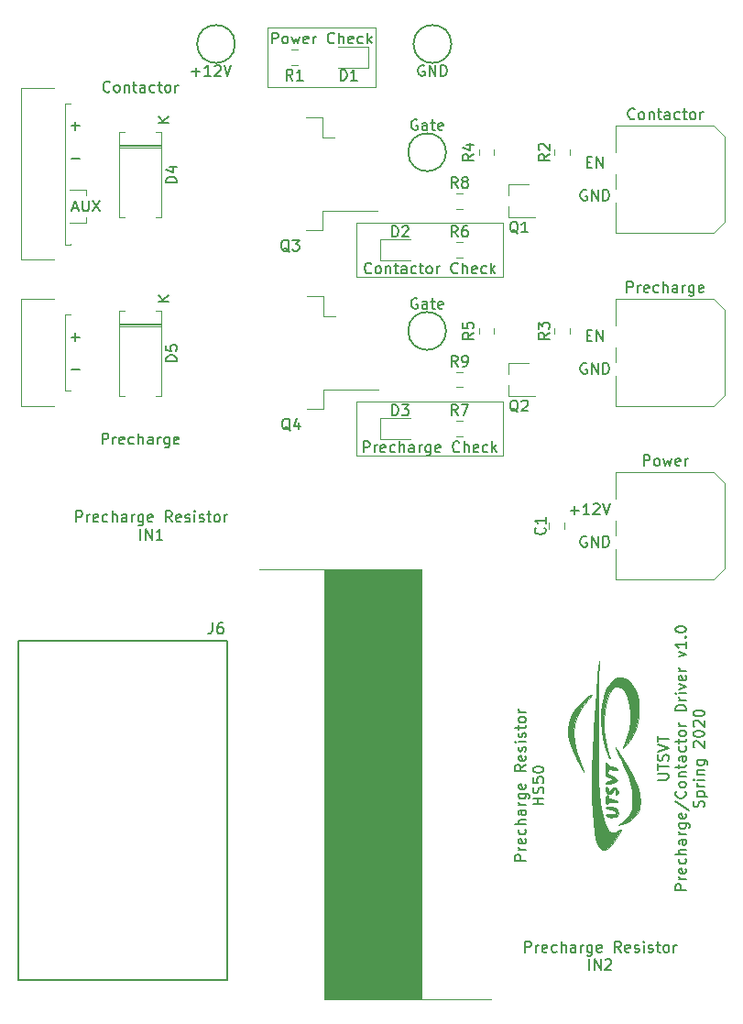
<source format=gbr>
G04 #@! TF.GenerationSoftware,KiCad,Pcbnew,5.1.5-52549c5~84~ubuntu18.04.1*
G04 #@! TF.CreationDate,2020-01-31T16:34:12-06:00*
G04 #@! TF.ProjectId,ContactorDriver,436f6e74-6163-4746-9f72-447269766572,rev?*
G04 #@! TF.SameCoordinates,Original*
G04 #@! TF.FileFunction,Legend,Top*
G04 #@! TF.FilePolarity,Positive*
%FSLAX46Y46*%
G04 Gerber Fmt 4.6, Leading zero omitted, Abs format (unit mm)*
G04 Created by KiCad (PCBNEW 5.1.5-52549c5~84~ubuntu18.04.1) date 2020-01-31 16:34:12*
%MOMM*%
%LPD*%
G04 APERTURE LIST*
%ADD10C,0.150000*%
%ADD11C,0.120000*%
%ADD12C,0.100000*%
%ADD13C,0.010000*%
G04 APERTURE END LIST*
D10*
X211571428Y-155877380D02*
X211571428Y-154877380D01*
X211952380Y-154877380D01*
X212047619Y-154925000D01*
X212095238Y-154972619D01*
X212142857Y-155067857D01*
X212142857Y-155210714D01*
X212095238Y-155305952D01*
X212047619Y-155353571D01*
X211952380Y-155401190D01*
X211571428Y-155401190D01*
X212571428Y-155877380D02*
X212571428Y-155210714D01*
X212571428Y-155401190D02*
X212619047Y-155305952D01*
X212666666Y-155258333D01*
X212761904Y-155210714D01*
X212857142Y-155210714D01*
X213571428Y-155829761D02*
X213476190Y-155877380D01*
X213285714Y-155877380D01*
X213190476Y-155829761D01*
X213142857Y-155734523D01*
X213142857Y-155353571D01*
X213190476Y-155258333D01*
X213285714Y-155210714D01*
X213476190Y-155210714D01*
X213571428Y-155258333D01*
X213619047Y-155353571D01*
X213619047Y-155448809D01*
X213142857Y-155544047D01*
X214476190Y-155829761D02*
X214380952Y-155877380D01*
X214190476Y-155877380D01*
X214095238Y-155829761D01*
X214047619Y-155782142D01*
X214000000Y-155686904D01*
X214000000Y-155401190D01*
X214047619Y-155305952D01*
X214095238Y-155258333D01*
X214190476Y-155210714D01*
X214380952Y-155210714D01*
X214476190Y-155258333D01*
X214904761Y-155877380D02*
X214904761Y-154877380D01*
X215333333Y-155877380D02*
X215333333Y-155353571D01*
X215285714Y-155258333D01*
X215190476Y-155210714D01*
X215047619Y-155210714D01*
X214952380Y-155258333D01*
X214904761Y-155305952D01*
X216238095Y-155877380D02*
X216238095Y-155353571D01*
X216190476Y-155258333D01*
X216095238Y-155210714D01*
X215904761Y-155210714D01*
X215809523Y-155258333D01*
X216238095Y-155829761D02*
X216142857Y-155877380D01*
X215904761Y-155877380D01*
X215809523Y-155829761D01*
X215761904Y-155734523D01*
X215761904Y-155639285D01*
X215809523Y-155544047D01*
X215904761Y-155496428D01*
X216142857Y-155496428D01*
X216238095Y-155448809D01*
X216714285Y-155877380D02*
X216714285Y-155210714D01*
X216714285Y-155401190D02*
X216761904Y-155305952D01*
X216809523Y-155258333D01*
X216904761Y-155210714D01*
X217000000Y-155210714D01*
X217761904Y-155210714D02*
X217761904Y-156020238D01*
X217714285Y-156115476D01*
X217666666Y-156163095D01*
X217571428Y-156210714D01*
X217428571Y-156210714D01*
X217333333Y-156163095D01*
X217761904Y-155829761D02*
X217666666Y-155877380D01*
X217476190Y-155877380D01*
X217380952Y-155829761D01*
X217333333Y-155782142D01*
X217285714Y-155686904D01*
X217285714Y-155401190D01*
X217333333Y-155305952D01*
X217380952Y-155258333D01*
X217476190Y-155210714D01*
X217666666Y-155210714D01*
X217761904Y-155258333D01*
X218619047Y-155829761D02*
X218523809Y-155877380D01*
X218333333Y-155877380D01*
X218238095Y-155829761D01*
X218190476Y-155734523D01*
X218190476Y-155353571D01*
X218238095Y-155258333D01*
X218333333Y-155210714D01*
X218523809Y-155210714D01*
X218619047Y-155258333D01*
X218666666Y-155353571D01*
X218666666Y-155448809D01*
X218190476Y-155544047D01*
X220428571Y-155877380D02*
X220095238Y-155401190D01*
X219857142Y-155877380D02*
X219857142Y-154877380D01*
X220238095Y-154877380D01*
X220333333Y-154925000D01*
X220380952Y-154972619D01*
X220428571Y-155067857D01*
X220428571Y-155210714D01*
X220380952Y-155305952D01*
X220333333Y-155353571D01*
X220238095Y-155401190D01*
X219857142Y-155401190D01*
X221238095Y-155829761D02*
X221142857Y-155877380D01*
X220952380Y-155877380D01*
X220857142Y-155829761D01*
X220809523Y-155734523D01*
X220809523Y-155353571D01*
X220857142Y-155258333D01*
X220952380Y-155210714D01*
X221142857Y-155210714D01*
X221238095Y-155258333D01*
X221285714Y-155353571D01*
X221285714Y-155448809D01*
X220809523Y-155544047D01*
X221666666Y-155829761D02*
X221761904Y-155877380D01*
X221952380Y-155877380D01*
X222047619Y-155829761D01*
X222095238Y-155734523D01*
X222095238Y-155686904D01*
X222047619Y-155591666D01*
X221952380Y-155544047D01*
X221809523Y-155544047D01*
X221714285Y-155496428D01*
X221666666Y-155401190D01*
X221666666Y-155353571D01*
X221714285Y-155258333D01*
X221809523Y-155210714D01*
X221952380Y-155210714D01*
X222047619Y-155258333D01*
X222523809Y-155877380D02*
X222523809Y-155210714D01*
X222523809Y-154877380D02*
X222476190Y-154925000D01*
X222523809Y-154972619D01*
X222571428Y-154925000D01*
X222523809Y-154877380D01*
X222523809Y-154972619D01*
X222952380Y-155829761D02*
X223047619Y-155877380D01*
X223238095Y-155877380D01*
X223333333Y-155829761D01*
X223380952Y-155734523D01*
X223380952Y-155686904D01*
X223333333Y-155591666D01*
X223238095Y-155544047D01*
X223095238Y-155544047D01*
X223000000Y-155496428D01*
X222952380Y-155401190D01*
X222952380Y-155353571D01*
X223000000Y-155258333D01*
X223095238Y-155210714D01*
X223238095Y-155210714D01*
X223333333Y-155258333D01*
X223666666Y-155210714D02*
X224047619Y-155210714D01*
X223809523Y-154877380D02*
X223809523Y-155734523D01*
X223857142Y-155829761D01*
X223952380Y-155877380D01*
X224047619Y-155877380D01*
X224523809Y-155877380D02*
X224428571Y-155829761D01*
X224380952Y-155782142D01*
X224333333Y-155686904D01*
X224333333Y-155401190D01*
X224380952Y-155305952D01*
X224428571Y-155258333D01*
X224523809Y-155210714D01*
X224666666Y-155210714D01*
X224761904Y-155258333D01*
X224809523Y-155305952D01*
X224857142Y-155401190D01*
X224857142Y-155686904D01*
X224809523Y-155782142D01*
X224761904Y-155829761D01*
X224666666Y-155877380D01*
X224523809Y-155877380D01*
X225285714Y-155877380D02*
X225285714Y-155210714D01*
X225285714Y-155401190D02*
X225333333Y-155305952D01*
X225380952Y-155258333D01*
X225476190Y-155210714D01*
X225571428Y-155210714D01*
X217500000Y-157527380D02*
X217500000Y-156527380D01*
X217976190Y-157527380D02*
X217976190Y-156527380D01*
X218547619Y-157527380D01*
X218547619Y-156527380D01*
X218976190Y-156622619D02*
X219023809Y-156575000D01*
X219119047Y-156527380D01*
X219357142Y-156527380D01*
X219452380Y-156575000D01*
X219500000Y-156622619D01*
X219547619Y-156717857D01*
X219547619Y-156813095D01*
X219500000Y-156955952D01*
X218928571Y-157527380D01*
X219547619Y-157527380D01*
X170071428Y-116127380D02*
X170071428Y-115127380D01*
X170452380Y-115127380D01*
X170547619Y-115175000D01*
X170595238Y-115222619D01*
X170642857Y-115317857D01*
X170642857Y-115460714D01*
X170595238Y-115555952D01*
X170547619Y-115603571D01*
X170452380Y-115651190D01*
X170071428Y-115651190D01*
X171071428Y-116127380D02*
X171071428Y-115460714D01*
X171071428Y-115651190D02*
X171119047Y-115555952D01*
X171166666Y-115508333D01*
X171261904Y-115460714D01*
X171357142Y-115460714D01*
X172071428Y-116079761D02*
X171976190Y-116127380D01*
X171785714Y-116127380D01*
X171690476Y-116079761D01*
X171642857Y-115984523D01*
X171642857Y-115603571D01*
X171690476Y-115508333D01*
X171785714Y-115460714D01*
X171976190Y-115460714D01*
X172071428Y-115508333D01*
X172119047Y-115603571D01*
X172119047Y-115698809D01*
X171642857Y-115794047D01*
X172976190Y-116079761D02*
X172880952Y-116127380D01*
X172690476Y-116127380D01*
X172595238Y-116079761D01*
X172547619Y-116032142D01*
X172500000Y-115936904D01*
X172500000Y-115651190D01*
X172547619Y-115555952D01*
X172595238Y-115508333D01*
X172690476Y-115460714D01*
X172880952Y-115460714D01*
X172976190Y-115508333D01*
X173404761Y-116127380D02*
X173404761Y-115127380D01*
X173833333Y-116127380D02*
X173833333Y-115603571D01*
X173785714Y-115508333D01*
X173690476Y-115460714D01*
X173547619Y-115460714D01*
X173452380Y-115508333D01*
X173404761Y-115555952D01*
X174738095Y-116127380D02*
X174738095Y-115603571D01*
X174690476Y-115508333D01*
X174595238Y-115460714D01*
X174404761Y-115460714D01*
X174309523Y-115508333D01*
X174738095Y-116079761D02*
X174642857Y-116127380D01*
X174404761Y-116127380D01*
X174309523Y-116079761D01*
X174261904Y-115984523D01*
X174261904Y-115889285D01*
X174309523Y-115794047D01*
X174404761Y-115746428D01*
X174642857Y-115746428D01*
X174738095Y-115698809D01*
X175214285Y-116127380D02*
X175214285Y-115460714D01*
X175214285Y-115651190D02*
X175261904Y-115555952D01*
X175309523Y-115508333D01*
X175404761Y-115460714D01*
X175500000Y-115460714D01*
X176261904Y-115460714D02*
X176261904Y-116270238D01*
X176214285Y-116365476D01*
X176166666Y-116413095D01*
X176071428Y-116460714D01*
X175928571Y-116460714D01*
X175833333Y-116413095D01*
X176261904Y-116079761D02*
X176166666Y-116127380D01*
X175976190Y-116127380D01*
X175880952Y-116079761D01*
X175833333Y-116032142D01*
X175785714Y-115936904D01*
X175785714Y-115651190D01*
X175833333Y-115555952D01*
X175880952Y-115508333D01*
X175976190Y-115460714D01*
X176166666Y-115460714D01*
X176261904Y-115508333D01*
X177119047Y-116079761D02*
X177023809Y-116127380D01*
X176833333Y-116127380D01*
X176738095Y-116079761D01*
X176690476Y-115984523D01*
X176690476Y-115603571D01*
X176738095Y-115508333D01*
X176833333Y-115460714D01*
X177023809Y-115460714D01*
X177119047Y-115508333D01*
X177166666Y-115603571D01*
X177166666Y-115698809D01*
X176690476Y-115794047D01*
X178928571Y-116127380D02*
X178595238Y-115651190D01*
X178357142Y-116127380D02*
X178357142Y-115127380D01*
X178738095Y-115127380D01*
X178833333Y-115175000D01*
X178880952Y-115222619D01*
X178928571Y-115317857D01*
X178928571Y-115460714D01*
X178880952Y-115555952D01*
X178833333Y-115603571D01*
X178738095Y-115651190D01*
X178357142Y-115651190D01*
X179738095Y-116079761D02*
X179642857Y-116127380D01*
X179452380Y-116127380D01*
X179357142Y-116079761D01*
X179309523Y-115984523D01*
X179309523Y-115603571D01*
X179357142Y-115508333D01*
X179452380Y-115460714D01*
X179642857Y-115460714D01*
X179738095Y-115508333D01*
X179785714Y-115603571D01*
X179785714Y-115698809D01*
X179309523Y-115794047D01*
X180166666Y-116079761D02*
X180261904Y-116127380D01*
X180452380Y-116127380D01*
X180547619Y-116079761D01*
X180595238Y-115984523D01*
X180595238Y-115936904D01*
X180547619Y-115841666D01*
X180452380Y-115794047D01*
X180309523Y-115794047D01*
X180214285Y-115746428D01*
X180166666Y-115651190D01*
X180166666Y-115603571D01*
X180214285Y-115508333D01*
X180309523Y-115460714D01*
X180452380Y-115460714D01*
X180547619Y-115508333D01*
X181023809Y-116127380D02*
X181023809Y-115460714D01*
X181023809Y-115127380D02*
X180976190Y-115175000D01*
X181023809Y-115222619D01*
X181071428Y-115175000D01*
X181023809Y-115127380D01*
X181023809Y-115222619D01*
X181452380Y-116079761D02*
X181547619Y-116127380D01*
X181738095Y-116127380D01*
X181833333Y-116079761D01*
X181880952Y-115984523D01*
X181880952Y-115936904D01*
X181833333Y-115841666D01*
X181738095Y-115794047D01*
X181595238Y-115794047D01*
X181500000Y-115746428D01*
X181452380Y-115651190D01*
X181452380Y-115603571D01*
X181500000Y-115508333D01*
X181595238Y-115460714D01*
X181738095Y-115460714D01*
X181833333Y-115508333D01*
X182166666Y-115460714D02*
X182547619Y-115460714D01*
X182309523Y-115127380D02*
X182309523Y-115984523D01*
X182357142Y-116079761D01*
X182452380Y-116127380D01*
X182547619Y-116127380D01*
X183023809Y-116127380D02*
X182928571Y-116079761D01*
X182880952Y-116032142D01*
X182833333Y-115936904D01*
X182833333Y-115651190D01*
X182880952Y-115555952D01*
X182928571Y-115508333D01*
X183023809Y-115460714D01*
X183166666Y-115460714D01*
X183261904Y-115508333D01*
X183309523Y-115555952D01*
X183357142Y-115651190D01*
X183357142Y-115936904D01*
X183309523Y-116032142D01*
X183261904Y-116079761D01*
X183166666Y-116127380D01*
X183023809Y-116127380D01*
X183785714Y-116127380D02*
X183785714Y-115460714D01*
X183785714Y-115651190D02*
X183833333Y-115555952D01*
X183880952Y-115508333D01*
X183976190Y-115460714D01*
X184071428Y-115460714D01*
X176000000Y-117777380D02*
X176000000Y-116777380D01*
X176476190Y-117777380D02*
X176476190Y-116777380D01*
X177047619Y-117777380D01*
X177047619Y-116777380D01*
X178047619Y-117777380D02*
X177476190Y-117777380D01*
X177761904Y-117777380D02*
X177761904Y-116777380D01*
X177666666Y-116920238D01*
X177571428Y-117015476D01*
X177476190Y-117063095D01*
X215738095Y-115071428D02*
X216500000Y-115071428D01*
X216119047Y-115452380D02*
X216119047Y-114690476D01*
X217500000Y-115452380D02*
X216928571Y-115452380D01*
X217214285Y-115452380D02*
X217214285Y-114452380D01*
X217119047Y-114595238D01*
X217023809Y-114690476D01*
X216928571Y-114738095D01*
X217880952Y-114547619D02*
X217928571Y-114500000D01*
X218023809Y-114452380D01*
X218261904Y-114452380D01*
X218357142Y-114500000D01*
X218404761Y-114547619D01*
X218452380Y-114642857D01*
X218452380Y-114738095D01*
X218404761Y-114880952D01*
X217833333Y-115452380D01*
X218452380Y-115452380D01*
X218738095Y-114452380D02*
X219071428Y-115452380D01*
X219404761Y-114452380D01*
D11*
X197750000Y-70500000D02*
X197750000Y-71000000D01*
X187750000Y-70500000D02*
X197750000Y-70500000D01*
X187750000Y-76000000D02*
X187750000Y-70500000D01*
X197750000Y-76000000D02*
X187750000Y-76000000D01*
X197750000Y-71000000D02*
X197750000Y-76000000D01*
X209500000Y-110000000D02*
X196000000Y-110000000D01*
X209500000Y-105000000D02*
X209500000Y-110000000D01*
X196000000Y-105000000D02*
X209500000Y-105000000D01*
X196000000Y-110000000D02*
X196000000Y-105000000D01*
X196000000Y-93500000D02*
X209500000Y-93500000D01*
X196000000Y-88500000D02*
X196000000Y-93500000D01*
X209500000Y-88500000D02*
X196000000Y-88500000D01*
X209500000Y-93500000D02*
X209500000Y-88500000D01*
D10*
X223802380Y-139952380D02*
X224611904Y-139952380D01*
X224707142Y-139904761D01*
X224754761Y-139857142D01*
X224802380Y-139761904D01*
X224802380Y-139571428D01*
X224754761Y-139476190D01*
X224707142Y-139428571D01*
X224611904Y-139380952D01*
X223802380Y-139380952D01*
X223802380Y-139047619D02*
X223802380Y-138476190D01*
X224802380Y-138761904D02*
X223802380Y-138761904D01*
X224754761Y-138190476D02*
X224802380Y-138047619D01*
X224802380Y-137809523D01*
X224754761Y-137714285D01*
X224707142Y-137666666D01*
X224611904Y-137619047D01*
X224516666Y-137619047D01*
X224421428Y-137666666D01*
X224373809Y-137714285D01*
X224326190Y-137809523D01*
X224278571Y-138000000D01*
X224230952Y-138095238D01*
X224183333Y-138142857D01*
X224088095Y-138190476D01*
X223992857Y-138190476D01*
X223897619Y-138142857D01*
X223850000Y-138095238D01*
X223802380Y-138000000D01*
X223802380Y-137761904D01*
X223850000Y-137619047D01*
X223802380Y-137333333D02*
X224802380Y-137000000D01*
X223802380Y-136666666D01*
X223802380Y-136476190D02*
X223802380Y-135904761D01*
X224802380Y-136190476D02*
X223802380Y-136190476D01*
X226452380Y-150166666D02*
X225452380Y-150166666D01*
X225452380Y-149785714D01*
X225500000Y-149690476D01*
X225547619Y-149642857D01*
X225642857Y-149595238D01*
X225785714Y-149595238D01*
X225880952Y-149642857D01*
X225928571Y-149690476D01*
X225976190Y-149785714D01*
X225976190Y-150166666D01*
X226452380Y-149166666D02*
X225785714Y-149166666D01*
X225976190Y-149166666D02*
X225880952Y-149119047D01*
X225833333Y-149071428D01*
X225785714Y-148976190D01*
X225785714Y-148880952D01*
X226404761Y-148166666D02*
X226452380Y-148261904D01*
X226452380Y-148452380D01*
X226404761Y-148547619D01*
X226309523Y-148595238D01*
X225928571Y-148595238D01*
X225833333Y-148547619D01*
X225785714Y-148452380D01*
X225785714Y-148261904D01*
X225833333Y-148166666D01*
X225928571Y-148119047D01*
X226023809Y-148119047D01*
X226119047Y-148595238D01*
X226404761Y-147261904D02*
X226452380Y-147357142D01*
X226452380Y-147547619D01*
X226404761Y-147642857D01*
X226357142Y-147690476D01*
X226261904Y-147738095D01*
X225976190Y-147738095D01*
X225880952Y-147690476D01*
X225833333Y-147642857D01*
X225785714Y-147547619D01*
X225785714Y-147357142D01*
X225833333Y-147261904D01*
X226452380Y-146833333D02*
X225452380Y-146833333D01*
X226452380Y-146404761D02*
X225928571Y-146404761D01*
X225833333Y-146452380D01*
X225785714Y-146547619D01*
X225785714Y-146690476D01*
X225833333Y-146785714D01*
X225880952Y-146833333D01*
X226452380Y-145500000D02*
X225928571Y-145500000D01*
X225833333Y-145547619D01*
X225785714Y-145642857D01*
X225785714Y-145833333D01*
X225833333Y-145928571D01*
X226404761Y-145500000D02*
X226452380Y-145595238D01*
X226452380Y-145833333D01*
X226404761Y-145928571D01*
X226309523Y-145976190D01*
X226214285Y-145976190D01*
X226119047Y-145928571D01*
X226071428Y-145833333D01*
X226071428Y-145595238D01*
X226023809Y-145500000D01*
X226452380Y-145023809D02*
X225785714Y-145023809D01*
X225976190Y-145023809D02*
X225880952Y-144976190D01*
X225833333Y-144928571D01*
X225785714Y-144833333D01*
X225785714Y-144738095D01*
X225785714Y-143976190D02*
X226595238Y-143976190D01*
X226690476Y-144023809D01*
X226738095Y-144071428D01*
X226785714Y-144166666D01*
X226785714Y-144309523D01*
X226738095Y-144404761D01*
X226404761Y-143976190D02*
X226452380Y-144071428D01*
X226452380Y-144261904D01*
X226404761Y-144357142D01*
X226357142Y-144404761D01*
X226261904Y-144452380D01*
X225976190Y-144452380D01*
X225880952Y-144404761D01*
X225833333Y-144357142D01*
X225785714Y-144261904D01*
X225785714Y-144071428D01*
X225833333Y-143976190D01*
X226404761Y-143119047D02*
X226452380Y-143214285D01*
X226452380Y-143404761D01*
X226404761Y-143500000D01*
X226309523Y-143547619D01*
X225928571Y-143547619D01*
X225833333Y-143500000D01*
X225785714Y-143404761D01*
X225785714Y-143214285D01*
X225833333Y-143119047D01*
X225928571Y-143071428D01*
X226023809Y-143071428D01*
X226119047Y-143547619D01*
X225404761Y-141928571D02*
X226690476Y-142785714D01*
X226357142Y-141023809D02*
X226404761Y-141071428D01*
X226452380Y-141214285D01*
X226452380Y-141309523D01*
X226404761Y-141452380D01*
X226309523Y-141547619D01*
X226214285Y-141595238D01*
X226023809Y-141642857D01*
X225880952Y-141642857D01*
X225690476Y-141595238D01*
X225595238Y-141547619D01*
X225500000Y-141452380D01*
X225452380Y-141309523D01*
X225452380Y-141214285D01*
X225500000Y-141071428D01*
X225547619Y-141023809D01*
X226452380Y-140452380D02*
X226404761Y-140547619D01*
X226357142Y-140595238D01*
X226261904Y-140642857D01*
X225976190Y-140642857D01*
X225880952Y-140595238D01*
X225833333Y-140547619D01*
X225785714Y-140452380D01*
X225785714Y-140309523D01*
X225833333Y-140214285D01*
X225880952Y-140166666D01*
X225976190Y-140119047D01*
X226261904Y-140119047D01*
X226357142Y-140166666D01*
X226404761Y-140214285D01*
X226452380Y-140309523D01*
X226452380Y-140452380D01*
X225785714Y-139690476D02*
X226452380Y-139690476D01*
X225880952Y-139690476D02*
X225833333Y-139642857D01*
X225785714Y-139547619D01*
X225785714Y-139404761D01*
X225833333Y-139309523D01*
X225928571Y-139261904D01*
X226452380Y-139261904D01*
X225785714Y-138928571D02*
X225785714Y-138547619D01*
X225452380Y-138785714D02*
X226309523Y-138785714D01*
X226404761Y-138738095D01*
X226452380Y-138642857D01*
X226452380Y-138547619D01*
X226452380Y-137785714D02*
X225928571Y-137785714D01*
X225833333Y-137833333D01*
X225785714Y-137928571D01*
X225785714Y-138119047D01*
X225833333Y-138214285D01*
X226404761Y-137785714D02*
X226452380Y-137880952D01*
X226452380Y-138119047D01*
X226404761Y-138214285D01*
X226309523Y-138261904D01*
X226214285Y-138261904D01*
X226119047Y-138214285D01*
X226071428Y-138119047D01*
X226071428Y-137880952D01*
X226023809Y-137785714D01*
X226404761Y-136880952D02*
X226452380Y-136976190D01*
X226452380Y-137166666D01*
X226404761Y-137261904D01*
X226357142Y-137309523D01*
X226261904Y-137357142D01*
X225976190Y-137357142D01*
X225880952Y-137309523D01*
X225833333Y-137261904D01*
X225785714Y-137166666D01*
X225785714Y-136976190D01*
X225833333Y-136880952D01*
X225785714Y-136595238D02*
X225785714Y-136214285D01*
X225452380Y-136452380D02*
X226309523Y-136452380D01*
X226404761Y-136404761D01*
X226452380Y-136309523D01*
X226452380Y-136214285D01*
X226452380Y-135738095D02*
X226404761Y-135833333D01*
X226357142Y-135880952D01*
X226261904Y-135928571D01*
X225976190Y-135928571D01*
X225880952Y-135880952D01*
X225833333Y-135833333D01*
X225785714Y-135738095D01*
X225785714Y-135595238D01*
X225833333Y-135500000D01*
X225880952Y-135452380D01*
X225976190Y-135404761D01*
X226261904Y-135404761D01*
X226357142Y-135452380D01*
X226404761Y-135500000D01*
X226452380Y-135595238D01*
X226452380Y-135738095D01*
X226452380Y-134976190D02*
X225785714Y-134976190D01*
X225976190Y-134976190D02*
X225880952Y-134928571D01*
X225833333Y-134880952D01*
X225785714Y-134785714D01*
X225785714Y-134690476D01*
X226452380Y-133595238D02*
X225452380Y-133595238D01*
X225452380Y-133357142D01*
X225500000Y-133214285D01*
X225595238Y-133119047D01*
X225690476Y-133071428D01*
X225880952Y-133023809D01*
X226023809Y-133023809D01*
X226214285Y-133071428D01*
X226309523Y-133119047D01*
X226404761Y-133214285D01*
X226452380Y-133357142D01*
X226452380Y-133595238D01*
X226452380Y-132595238D02*
X225785714Y-132595238D01*
X225976190Y-132595238D02*
X225880952Y-132547619D01*
X225833333Y-132500000D01*
X225785714Y-132404761D01*
X225785714Y-132309523D01*
X226452380Y-131976190D02*
X225785714Y-131976190D01*
X225452380Y-131976190D02*
X225500000Y-132023809D01*
X225547619Y-131976190D01*
X225500000Y-131928571D01*
X225452380Y-131976190D01*
X225547619Y-131976190D01*
X225785714Y-131595238D02*
X226452380Y-131357142D01*
X225785714Y-131119047D01*
X226404761Y-130357142D02*
X226452380Y-130452380D01*
X226452380Y-130642857D01*
X226404761Y-130738095D01*
X226309523Y-130785714D01*
X225928571Y-130785714D01*
X225833333Y-130738095D01*
X225785714Y-130642857D01*
X225785714Y-130452380D01*
X225833333Y-130357142D01*
X225928571Y-130309523D01*
X226023809Y-130309523D01*
X226119047Y-130785714D01*
X226452380Y-129880952D02*
X225785714Y-129880952D01*
X225976190Y-129880952D02*
X225880952Y-129833333D01*
X225833333Y-129785714D01*
X225785714Y-129690476D01*
X225785714Y-129595238D01*
X225785714Y-128595238D02*
X226452380Y-128357142D01*
X225785714Y-128119047D01*
X226452380Y-127214285D02*
X226452380Y-127785714D01*
X226452380Y-127500000D02*
X225452380Y-127500000D01*
X225595238Y-127595238D01*
X225690476Y-127690476D01*
X225738095Y-127785714D01*
X226357142Y-126785714D02*
X226404761Y-126738095D01*
X226452380Y-126785714D01*
X226404761Y-126833333D01*
X226357142Y-126785714D01*
X226452380Y-126785714D01*
X225452380Y-126119047D02*
X225452380Y-126023809D01*
X225500000Y-125928571D01*
X225547619Y-125880952D01*
X225642857Y-125833333D01*
X225833333Y-125785714D01*
X226071428Y-125785714D01*
X226261904Y-125833333D01*
X226357142Y-125880952D01*
X226404761Y-125928571D01*
X226452380Y-126023809D01*
X226452380Y-126119047D01*
X226404761Y-126214285D01*
X226357142Y-126261904D01*
X226261904Y-126309523D01*
X226071428Y-126357142D01*
X225833333Y-126357142D01*
X225642857Y-126309523D01*
X225547619Y-126261904D01*
X225500000Y-126214285D01*
X225452380Y-126119047D01*
X228054761Y-142476190D02*
X228102380Y-142333333D01*
X228102380Y-142095238D01*
X228054761Y-142000000D01*
X228007142Y-141952380D01*
X227911904Y-141904761D01*
X227816666Y-141904761D01*
X227721428Y-141952380D01*
X227673809Y-142000000D01*
X227626190Y-142095238D01*
X227578571Y-142285714D01*
X227530952Y-142380952D01*
X227483333Y-142428571D01*
X227388095Y-142476190D01*
X227292857Y-142476190D01*
X227197619Y-142428571D01*
X227150000Y-142380952D01*
X227102380Y-142285714D01*
X227102380Y-142047619D01*
X227150000Y-141904761D01*
X227435714Y-141476190D02*
X228435714Y-141476190D01*
X227483333Y-141476190D02*
X227435714Y-141380952D01*
X227435714Y-141190476D01*
X227483333Y-141095238D01*
X227530952Y-141047619D01*
X227626190Y-141000000D01*
X227911904Y-141000000D01*
X228007142Y-141047619D01*
X228054761Y-141095238D01*
X228102380Y-141190476D01*
X228102380Y-141380952D01*
X228054761Y-141476190D01*
X228102380Y-140571428D02*
X227435714Y-140571428D01*
X227626190Y-140571428D02*
X227530952Y-140523809D01*
X227483333Y-140476190D01*
X227435714Y-140380952D01*
X227435714Y-140285714D01*
X228102380Y-139952380D02*
X227435714Y-139952380D01*
X227102380Y-139952380D02*
X227150000Y-140000000D01*
X227197619Y-139952380D01*
X227150000Y-139904761D01*
X227102380Y-139952380D01*
X227197619Y-139952380D01*
X227435714Y-139476190D02*
X228102380Y-139476190D01*
X227530952Y-139476190D02*
X227483333Y-139428571D01*
X227435714Y-139333333D01*
X227435714Y-139190476D01*
X227483333Y-139095238D01*
X227578571Y-139047619D01*
X228102380Y-139047619D01*
X227435714Y-138142857D02*
X228245238Y-138142857D01*
X228340476Y-138190476D01*
X228388095Y-138238095D01*
X228435714Y-138333333D01*
X228435714Y-138476190D01*
X228388095Y-138571428D01*
X228054761Y-138142857D02*
X228102380Y-138238095D01*
X228102380Y-138428571D01*
X228054761Y-138523809D01*
X228007142Y-138571428D01*
X227911904Y-138619047D01*
X227626190Y-138619047D01*
X227530952Y-138571428D01*
X227483333Y-138523809D01*
X227435714Y-138428571D01*
X227435714Y-138238095D01*
X227483333Y-138142857D01*
X227197619Y-136952380D02*
X227150000Y-136904761D01*
X227102380Y-136809523D01*
X227102380Y-136571428D01*
X227150000Y-136476190D01*
X227197619Y-136428571D01*
X227292857Y-136380952D01*
X227388095Y-136380952D01*
X227530952Y-136428571D01*
X228102380Y-137000000D01*
X228102380Y-136380952D01*
X227102380Y-135761904D02*
X227102380Y-135666666D01*
X227150000Y-135571428D01*
X227197619Y-135523809D01*
X227292857Y-135476190D01*
X227483333Y-135428571D01*
X227721428Y-135428571D01*
X227911904Y-135476190D01*
X228007142Y-135523809D01*
X228054761Y-135571428D01*
X228102380Y-135666666D01*
X228102380Y-135761904D01*
X228054761Y-135857142D01*
X228007142Y-135904761D01*
X227911904Y-135952380D01*
X227721428Y-136000000D01*
X227483333Y-136000000D01*
X227292857Y-135952380D01*
X227197619Y-135904761D01*
X227150000Y-135857142D01*
X227102380Y-135761904D01*
X227197619Y-135047619D02*
X227150000Y-135000000D01*
X227102380Y-134904761D01*
X227102380Y-134666666D01*
X227150000Y-134571428D01*
X227197619Y-134523809D01*
X227292857Y-134476190D01*
X227388095Y-134476190D01*
X227530952Y-134523809D01*
X228102380Y-135095238D01*
X228102380Y-134476190D01*
X227102380Y-133857142D02*
X227102380Y-133761904D01*
X227150000Y-133666666D01*
X227197619Y-133619047D01*
X227292857Y-133571428D01*
X227483333Y-133523809D01*
X227721428Y-133523809D01*
X227911904Y-133571428D01*
X228007142Y-133619047D01*
X228054761Y-133666666D01*
X228102380Y-133761904D01*
X228102380Y-133857142D01*
X228054761Y-133952380D01*
X228007142Y-134000000D01*
X227911904Y-134047619D01*
X227721428Y-134095238D01*
X227483333Y-134095238D01*
X227292857Y-134047619D01*
X227197619Y-134000000D01*
X227150000Y-133952380D01*
X227102380Y-133857142D01*
X201595238Y-95500000D02*
X201500000Y-95452380D01*
X201357142Y-95452380D01*
X201214285Y-95500000D01*
X201119047Y-95595238D01*
X201071428Y-95690476D01*
X201023809Y-95880952D01*
X201023809Y-96023809D01*
X201071428Y-96214285D01*
X201119047Y-96309523D01*
X201214285Y-96404761D01*
X201357142Y-96452380D01*
X201452380Y-96452380D01*
X201595238Y-96404761D01*
X201642857Y-96357142D01*
X201642857Y-96023809D01*
X201452380Y-96023809D01*
X202500000Y-96452380D02*
X202500000Y-95928571D01*
X202452380Y-95833333D01*
X202357142Y-95785714D01*
X202166666Y-95785714D01*
X202071428Y-95833333D01*
X202500000Y-96404761D02*
X202404761Y-96452380D01*
X202166666Y-96452380D01*
X202071428Y-96404761D01*
X202023809Y-96309523D01*
X202023809Y-96214285D01*
X202071428Y-96119047D01*
X202166666Y-96071428D01*
X202404761Y-96071428D01*
X202500000Y-96023809D01*
X202833333Y-95785714D02*
X203214285Y-95785714D01*
X202976190Y-95452380D02*
X202976190Y-96309523D01*
X203023809Y-96404761D01*
X203119047Y-96452380D01*
X203214285Y-96452380D01*
X203928571Y-96404761D02*
X203833333Y-96452380D01*
X203642857Y-96452380D01*
X203547619Y-96404761D01*
X203500000Y-96309523D01*
X203500000Y-95928571D01*
X203547619Y-95833333D01*
X203642857Y-95785714D01*
X203833333Y-95785714D01*
X203928571Y-95833333D01*
X203976190Y-95928571D01*
X203976190Y-96023809D01*
X203500000Y-96119047D01*
X201595238Y-79000000D02*
X201500000Y-78952380D01*
X201357142Y-78952380D01*
X201214285Y-79000000D01*
X201119047Y-79095238D01*
X201071428Y-79190476D01*
X201023809Y-79380952D01*
X201023809Y-79523809D01*
X201071428Y-79714285D01*
X201119047Y-79809523D01*
X201214285Y-79904761D01*
X201357142Y-79952380D01*
X201452380Y-79952380D01*
X201595238Y-79904761D01*
X201642857Y-79857142D01*
X201642857Y-79523809D01*
X201452380Y-79523809D01*
X202500000Y-79952380D02*
X202500000Y-79428571D01*
X202452380Y-79333333D01*
X202357142Y-79285714D01*
X202166666Y-79285714D01*
X202071428Y-79333333D01*
X202500000Y-79904761D02*
X202404761Y-79952380D01*
X202166666Y-79952380D01*
X202071428Y-79904761D01*
X202023809Y-79809523D01*
X202023809Y-79714285D01*
X202071428Y-79619047D01*
X202166666Y-79571428D01*
X202404761Y-79571428D01*
X202500000Y-79523809D01*
X202833333Y-79285714D02*
X203214285Y-79285714D01*
X202976190Y-78952380D02*
X202976190Y-79809523D01*
X203023809Y-79904761D01*
X203119047Y-79952380D01*
X203214285Y-79952380D01*
X203928571Y-79904761D02*
X203833333Y-79952380D01*
X203642857Y-79952380D01*
X203547619Y-79904761D01*
X203500000Y-79809523D01*
X203500000Y-79428571D01*
X203547619Y-79333333D01*
X203642857Y-79285714D01*
X203833333Y-79285714D01*
X203928571Y-79333333D01*
X203976190Y-79428571D01*
X203976190Y-79523809D01*
X203500000Y-79619047D01*
X202238095Y-74000000D02*
X202142857Y-73952380D01*
X202000000Y-73952380D01*
X201857142Y-74000000D01*
X201761904Y-74095238D01*
X201714285Y-74190476D01*
X201666666Y-74380952D01*
X201666666Y-74523809D01*
X201714285Y-74714285D01*
X201761904Y-74809523D01*
X201857142Y-74904761D01*
X202000000Y-74952380D01*
X202095238Y-74952380D01*
X202238095Y-74904761D01*
X202285714Y-74857142D01*
X202285714Y-74523809D01*
X202095238Y-74523809D01*
X202714285Y-74952380D02*
X202714285Y-73952380D01*
X203285714Y-74952380D01*
X203285714Y-73952380D01*
X203761904Y-74952380D02*
X203761904Y-73952380D01*
X204000000Y-73952380D01*
X204142857Y-74000000D01*
X204238095Y-74095238D01*
X204285714Y-74190476D01*
X204333333Y-74380952D01*
X204333333Y-74523809D01*
X204285714Y-74714285D01*
X204238095Y-74809523D01*
X204142857Y-74904761D01*
X204000000Y-74952380D01*
X203761904Y-74952380D01*
X180738095Y-74571428D02*
X181500000Y-74571428D01*
X181119047Y-74952380D02*
X181119047Y-74190476D01*
X182500000Y-74952380D02*
X181928571Y-74952380D01*
X182214285Y-74952380D02*
X182214285Y-73952380D01*
X182119047Y-74095238D01*
X182023809Y-74190476D01*
X181928571Y-74238095D01*
X182880952Y-74047619D02*
X182928571Y-74000000D01*
X183023809Y-73952380D01*
X183261904Y-73952380D01*
X183357142Y-74000000D01*
X183404761Y-74047619D01*
X183452380Y-74142857D01*
X183452380Y-74238095D01*
X183404761Y-74380952D01*
X182833333Y-74952380D01*
X183452380Y-74952380D01*
X183738095Y-73952380D02*
X184071428Y-74952380D01*
X184404761Y-73952380D01*
X173190476Y-76357142D02*
X173142857Y-76404761D01*
X173000000Y-76452380D01*
X172904761Y-76452380D01*
X172761904Y-76404761D01*
X172666666Y-76309523D01*
X172619047Y-76214285D01*
X172571428Y-76023809D01*
X172571428Y-75880952D01*
X172619047Y-75690476D01*
X172666666Y-75595238D01*
X172761904Y-75500000D01*
X172904761Y-75452380D01*
X173000000Y-75452380D01*
X173142857Y-75500000D01*
X173190476Y-75547619D01*
X173761904Y-76452380D02*
X173666666Y-76404761D01*
X173619047Y-76357142D01*
X173571428Y-76261904D01*
X173571428Y-75976190D01*
X173619047Y-75880952D01*
X173666666Y-75833333D01*
X173761904Y-75785714D01*
X173904761Y-75785714D01*
X174000000Y-75833333D01*
X174047619Y-75880952D01*
X174095238Y-75976190D01*
X174095238Y-76261904D01*
X174047619Y-76357142D01*
X174000000Y-76404761D01*
X173904761Y-76452380D01*
X173761904Y-76452380D01*
X174523809Y-75785714D02*
X174523809Y-76452380D01*
X174523809Y-75880952D02*
X174571428Y-75833333D01*
X174666666Y-75785714D01*
X174809523Y-75785714D01*
X174904761Y-75833333D01*
X174952380Y-75928571D01*
X174952380Y-76452380D01*
X175285714Y-75785714D02*
X175666666Y-75785714D01*
X175428571Y-75452380D02*
X175428571Y-76309523D01*
X175476190Y-76404761D01*
X175571428Y-76452380D01*
X175666666Y-76452380D01*
X176428571Y-76452380D02*
X176428571Y-75928571D01*
X176380952Y-75833333D01*
X176285714Y-75785714D01*
X176095238Y-75785714D01*
X176000000Y-75833333D01*
X176428571Y-76404761D02*
X176333333Y-76452380D01*
X176095238Y-76452380D01*
X176000000Y-76404761D01*
X175952380Y-76309523D01*
X175952380Y-76214285D01*
X176000000Y-76119047D01*
X176095238Y-76071428D01*
X176333333Y-76071428D01*
X176428571Y-76023809D01*
X177333333Y-76404761D02*
X177238095Y-76452380D01*
X177047619Y-76452380D01*
X176952380Y-76404761D01*
X176904761Y-76357142D01*
X176857142Y-76261904D01*
X176857142Y-75976190D01*
X176904761Y-75880952D01*
X176952380Y-75833333D01*
X177047619Y-75785714D01*
X177238095Y-75785714D01*
X177333333Y-75833333D01*
X177619047Y-75785714D02*
X178000000Y-75785714D01*
X177761904Y-75452380D02*
X177761904Y-76309523D01*
X177809523Y-76404761D01*
X177904761Y-76452380D01*
X178000000Y-76452380D01*
X178476190Y-76452380D02*
X178380952Y-76404761D01*
X178333333Y-76357142D01*
X178285714Y-76261904D01*
X178285714Y-75976190D01*
X178333333Y-75880952D01*
X178380952Y-75833333D01*
X178476190Y-75785714D01*
X178619047Y-75785714D01*
X178714285Y-75833333D01*
X178761904Y-75880952D01*
X178809523Y-75976190D01*
X178809523Y-76261904D01*
X178761904Y-76357142D01*
X178714285Y-76404761D01*
X178619047Y-76452380D01*
X178476190Y-76452380D01*
X179238095Y-76452380D02*
X179238095Y-75785714D01*
X179238095Y-75976190D02*
X179285714Y-75880952D01*
X179333333Y-75833333D01*
X179428571Y-75785714D01*
X179523809Y-75785714D01*
X172476190Y-108952380D02*
X172476190Y-107952380D01*
X172857142Y-107952380D01*
X172952380Y-108000000D01*
X173000000Y-108047619D01*
X173047619Y-108142857D01*
X173047619Y-108285714D01*
X173000000Y-108380952D01*
X172952380Y-108428571D01*
X172857142Y-108476190D01*
X172476190Y-108476190D01*
X173476190Y-108952380D02*
X173476190Y-108285714D01*
X173476190Y-108476190D02*
X173523809Y-108380952D01*
X173571428Y-108333333D01*
X173666666Y-108285714D01*
X173761904Y-108285714D01*
X174476190Y-108904761D02*
X174380952Y-108952380D01*
X174190476Y-108952380D01*
X174095238Y-108904761D01*
X174047619Y-108809523D01*
X174047619Y-108428571D01*
X174095238Y-108333333D01*
X174190476Y-108285714D01*
X174380952Y-108285714D01*
X174476190Y-108333333D01*
X174523809Y-108428571D01*
X174523809Y-108523809D01*
X174047619Y-108619047D01*
X175380952Y-108904761D02*
X175285714Y-108952380D01*
X175095238Y-108952380D01*
X175000000Y-108904761D01*
X174952380Y-108857142D01*
X174904761Y-108761904D01*
X174904761Y-108476190D01*
X174952380Y-108380952D01*
X175000000Y-108333333D01*
X175095238Y-108285714D01*
X175285714Y-108285714D01*
X175380952Y-108333333D01*
X175809523Y-108952380D02*
X175809523Y-107952380D01*
X176238095Y-108952380D02*
X176238095Y-108428571D01*
X176190476Y-108333333D01*
X176095238Y-108285714D01*
X175952380Y-108285714D01*
X175857142Y-108333333D01*
X175809523Y-108380952D01*
X177142857Y-108952380D02*
X177142857Y-108428571D01*
X177095238Y-108333333D01*
X177000000Y-108285714D01*
X176809523Y-108285714D01*
X176714285Y-108333333D01*
X177142857Y-108904761D02*
X177047619Y-108952380D01*
X176809523Y-108952380D01*
X176714285Y-108904761D01*
X176666666Y-108809523D01*
X176666666Y-108714285D01*
X176714285Y-108619047D01*
X176809523Y-108571428D01*
X177047619Y-108571428D01*
X177142857Y-108523809D01*
X177619047Y-108952380D02*
X177619047Y-108285714D01*
X177619047Y-108476190D02*
X177666666Y-108380952D01*
X177714285Y-108333333D01*
X177809523Y-108285714D01*
X177904761Y-108285714D01*
X178666666Y-108285714D02*
X178666666Y-109095238D01*
X178619047Y-109190476D01*
X178571428Y-109238095D01*
X178476190Y-109285714D01*
X178333333Y-109285714D01*
X178238095Y-109238095D01*
X178666666Y-108904761D02*
X178571428Y-108952380D01*
X178380952Y-108952380D01*
X178285714Y-108904761D01*
X178238095Y-108857142D01*
X178190476Y-108761904D01*
X178190476Y-108476190D01*
X178238095Y-108380952D01*
X178285714Y-108333333D01*
X178380952Y-108285714D01*
X178571428Y-108285714D01*
X178666666Y-108333333D01*
X179523809Y-108904761D02*
X179428571Y-108952380D01*
X179238095Y-108952380D01*
X179142857Y-108904761D01*
X179095238Y-108809523D01*
X179095238Y-108428571D01*
X179142857Y-108333333D01*
X179238095Y-108285714D01*
X179428571Y-108285714D01*
X179523809Y-108333333D01*
X179571428Y-108428571D01*
X179571428Y-108523809D01*
X179095238Y-108619047D01*
X188178571Y-71952380D02*
X188178571Y-70952380D01*
X188559523Y-70952380D01*
X188654761Y-71000000D01*
X188702380Y-71047619D01*
X188750000Y-71142857D01*
X188750000Y-71285714D01*
X188702380Y-71380952D01*
X188654761Y-71428571D01*
X188559523Y-71476190D01*
X188178571Y-71476190D01*
X189321428Y-71952380D02*
X189226190Y-71904761D01*
X189178571Y-71857142D01*
X189130952Y-71761904D01*
X189130952Y-71476190D01*
X189178571Y-71380952D01*
X189226190Y-71333333D01*
X189321428Y-71285714D01*
X189464285Y-71285714D01*
X189559523Y-71333333D01*
X189607142Y-71380952D01*
X189654761Y-71476190D01*
X189654761Y-71761904D01*
X189607142Y-71857142D01*
X189559523Y-71904761D01*
X189464285Y-71952380D01*
X189321428Y-71952380D01*
X189988095Y-71285714D02*
X190178571Y-71952380D01*
X190369047Y-71476190D01*
X190559523Y-71952380D01*
X190750000Y-71285714D01*
X191511904Y-71904761D02*
X191416666Y-71952380D01*
X191226190Y-71952380D01*
X191130952Y-71904761D01*
X191083333Y-71809523D01*
X191083333Y-71428571D01*
X191130952Y-71333333D01*
X191226190Y-71285714D01*
X191416666Y-71285714D01*
X191511904Y-71333333D01*
X191559523Y-71428571D01*
X191559523Y-71523809D01*
X191083333Y-71619047D01*
X191988095Y-71952380D02*
X191988095Y-71285714D01*
X191988095Y-71476190D02*
X192035714Y-71380952D01*
X192083333Y-71333333D01*
X192178571Y-71285714D01*
X192273809Y-71285714D01*
X193940476Y-71857142D02*
X193892857Y-71904761D01*
X193750000Y-71952380D01*
X193654761Y-71952380D01*
X193511904Y-71904761D01*
X193416666Y-71809523D01*
X193369047Y-71714285D01*
X193321428Y-71523809D01*
X193321428Y-71380952D01*
X193369047Y-71190476D01*
X193416666Y-71095238D01*
X193511904Y-71000000D01*
X193654761Y-70952380D01*
X193750000Y-70952380D01*
X193892857Y-71000000D01*
X193940476Y-71047619D01*
X194369047Y-71952380D02*
X194369047Y-70952380D01*
X194797619Y-71952380D02*
X194797619Y-71428571D01*
X194750000Y-71333333D01*
X194654761Y-71285714D01*
X194511904Y-71285714D01*
X194416666Y-71333333D01*
X194369047Y-71380952D01*
X195654761Y-71904761D02*
X195559523Y-71952380D01*
X195369047Y-71952380D01*
X195273809Y-71904761D01*
X195226190Y-71809523D01*
X195226190Y-71428571D01*
X195273809Y-71333333D01*
X195369047Y-71285714D01*
X195559523Y-71285714D01*
X195654761Y-71333333D01*
X195702380Y-71428571D01*
X195702380Y-71523809D01*
X195226190Y-71619047D01*
X196559523Y-71904761D02*
X196464285Y-71952380D01*
X196273809Y-71952380D01*
X196178571Y-71904761D01*
X196130952Y-71857142D01*
X196083333Y-71761904D01*
X196083333Y-71476190D01*
X196130952Y-71380952D01*
X196178571Y-71333333D01*
X196273809Y-71285714D01*
X196464285Y-71285714D01*
X196559523Y-71333333D01*
X196988095Y-71952380D02*
X196988095Y-70952380D01*
X197083333Y-71571428D02*
X197369047Y-71952380D01*
X197369047Y-71285714D02*
X196988095Y-71666666D01*
X196630952Y-109702380D02*
X196630952Y-108702380D01*
X197011904Y-108702380D01*
X197107142Y-108750000D01*
X197154761Y-108797619D01*
X197202380Y-108892857D01*
X197202380Y-109035714D01*
X197154761Y-109130952D01*
X197107142Y-109178571D01*
X197011904Y-109226190D01*
X196630952Y-109226190D01*
X197630952Y-109702380D02*
X197630952Y-109035714D01*
X197630952Y-109226190D02*
X197678571Y-109130952D01*
X197726190Y-109083333D01*
X197821428Y-109035714D01*
X197916666Y-109035714D01*
X198630952Y-109654761D02*
X198535714Y-109702380D01*
X198345238Y-109702380D01*
X198250000Y-109654761D01*
X198202380Y-109559523D01*
X198202380Y-109178571D01*
X198250000Y-109083333D01*
X198345238Y-109035714D01*
X198535714Y-109035714D01*
X198630952Y-109083333D01*
X198678571Y-109178571D01*
X198678571Y-109273809D01*
X198202380Y-109369047D01*
X199535714Y-109654761D02*
X199440476Y-109702380D01*
X199250000Y-109702380D01*
X199154761Y-109654761D01*
X199107142Y-109607142D01*
X199059523Y-109511904D01*
X199059523Y-109226190D01*
X199107142Y-109130952D01*
X199154761Y-109083333D01*
X199250000Y-109035714D01*
X199440476Y-109035714D01*
X199535714Y-109083333D01*
X199964285Y-109702380D02*
X199964285Y-108702380D01*
X200392857Y-109702380D02*
X200392857Y-109178571D01*
X200345238Y-109083333D01*
X200250000Y-109035714D01*
X200107142Y-109035714D01*
X200011904Y-109083333D01*
X199964285Y-109130952D01*
X201297619Y-109702380D02*
X201297619Y-109178571D01*
X201250000Y-109083333D01*
X201154761Y-109035714D01*
X200964285Y-109035714D01*
X200869047Y-109083333D01*
X201297619Y-109654761D02*
X201202380Y-109702380D01*
X200964285Y-109702380D01*
X200869047Y-109654761D01*
X200821428Y-109559523D01*
X200821428Y-109464285D01*
X200869047Y-109369047D01*
X200964285Y-109321428D01*
X201202380Y-109321428D01*
X201297619Y-109273809D01*
X201773809Y-109702380D02*
X201773809Y-109035714D01*
X201773809Y-109226190D02*
X201821428Y-109130952D01*
X201869047Y-109083333D01*
X201964285Y-109035714D01*
X202059523Y-109035714D01*
X202821428Y-109035714D02*
X202821428Y-109845238D01*
X202773809Y-109940476D01*
X202726190Y-109988095D01*
X202630952Y-110035714D01*
X202488095Y-110035714D01*
X202392857Y-109988095D01*
X202821428Y-109654761D02*
X202726190Y-109702380D01*
X202535714Y-109702380D01*
X202440476Y-109654761D01*
X202392857Y-109607142D01*
X202345238Y-109511904D01*
X202345238Y-109226190D01*
X202392857Y-109130952D01*
X202440476Y-109083333D01*
X202535714Y-109035714D01*
X202726190Y-109035714D01*
X202821428Y-109083333D01*
X203678571Y-109654761D02*
X203583333Y-109702380D01*
X203392857Y-109702380D01*
X203297619Y-109654761D01*
X203250000Y-109559523D01*
X203250000Y-109178571D01*
X203297619Y-109083333D01*
X203392857Y-109035714D01*
X203583333Y-109035714D01*
X203678571Y-109083333D01*
X203726190Y-109178571D01*
X203726190Y-109273809D01*
X203250000Y-109369047D01*
X205488095Y-109607142D02*
X205440476Y-109654761D01*
X205297619Y-109702380D01*
X205202380Y-109702380D01*
X205059523Y-109654761D01*
X204964285Y-109559523D01*
X204916666Y-109464285D01*
X204869047Y-109273809D01*
X204869047Y-109130952D01*
X204916666Y-108940476D01*
X204964285Y-108845238D01*
X205059523Y-108750000D01*
X205202380Y-108702380D01*
X205297619Y-108702380D01*
X205440476Y-108750000D01*
X205488095Y-108797619D01*
X205916666Y-109702380D02*
X205916666Y-108702380D01*
X206345238Y-109702380D02*
X206345238Y-109178571D01*
X206297619Y-109083333D01*
X206202380Y-109035714D01*
X206059523Y-109035714D01*
X205964285Y-109083333D01*
X205916666Y-109130952D01*
X207202380Y-109654761D02*
X207107142Y-109702380D01*
X206916666Y-109702380D01*
X206821428Y-109654761D01*
X206773809Y-109559523D01*
X206773809Y-109178571D01*
X206821428Y-109083333D01*
X206916666Y-109035714D01*
X207107142Y-109035714D01*
X207202380Y-109083333D01*
X207250000Y-109178571D01*
X207250000Y-109273809D01*
X206773809Y-109369047D01*
X208107142Y-109654761D02*
X208011904Y-109702380D01*
X207821428Y-109702380D01*
X207726190Y-109654761D01*
X207678571Y-109607142D01*
X207630952Y-109511904D01*
X207630952Y-109226190D01*
X207678571Y-109130952D01*
X207726190Y-109083333D01*
X207821428Y-109035714D01*
X208011904Y-109035714D01*
X208107142Y-109083333D01*
X208535714Y-109702380D02*
X208535714Y-108702380D01*
X208630952Y-109321428D02*
X208916666Y-109702380D01*
X208916666Y-109035714D02*
X208535714Y-109416666D01*
X197345238Y-93107142D02*
X197297619Y-93154761D01*
X197154761Y-93202380D01*
X197059523Y-93202380D01*
X196916666Y-93154761D01*
X196821428Y-93059523D01*
X196773809Y-92964285D01*
X196726190Y-92773809D01*
X196726190Y-92630952D01*
X196773809Y-92440476D01*
X196821428Y-92345238D01*
X196916666Y-92250000D01*
X197059523Y-92202380D01*
X197154761Y-92202380D01*
X197297619Y-92250000D01*
X197345238Y-92297619D01*
X197916666Y-93202380D02*
X197821428Y-93154761D01*
X197773809Y-93107142D01*
X197726190Y-93011904D01*
X197726190Y-92726190D01*
X197773809Y-92630952D01*
X197821428Y-92583333D01*
X197916666Y-92535714D01*
X198059523Y-92535714D01*
X198154761Y-92583333D01*
X198202380Y-92630952D01*
X198250000Y-92726190D01*
X198250000Y-93011904D01*
X198202380Y-93107142D01*
X198154761Y-93154761D01*
X198059523Y-93202380D01*
X197916666Y-93202380D01*
X198678571Y-92535714D02*
X198678571Y-93202380D01*
X198678571Y-92630952D02*
X198726190Y-92583333D01*
X198821428Y-92535714D01*
X198964285Y-92535714D01*
X199059523Y-92583333D01*
X199107142Y-92678571D01*
X199107142Y-93202380D01*
X199440476Y-92535714D02*
X199821428Y-92535714D01*
X199583333Y-92202380D02*
X199583333Y-93059523D01*
X199630952Y-93154761D01*
X199726190Y-93202380D01*
X199821428Y-93202380D01*
X200583333Y-93202380D02*
X200583333Y-92678571D01*
X200535714Y-92583333D01*
X200440476Y-92535714D01*
X200250000Y-92535714D01*
X200154761Y-92583333D01*
X200583333Y-93154761D02*
X200488095Y-93202380D01*
X200250000Y-93202380D01*
X200154761Y-93154761D01*
X200107142Y-93059523D01*
X200107142Y-92964285D01*
X200154761Y-92869047D01*
X200250000Y-92821428D01*
X200488095Y-92821428D01*
X200583333Y-92773809D01*
X201488095Y-93154761D02*
X201392857Y-93202380D01*
X201202380Y-93202380D01*
X201107142Y-93154761D01*
X201059523Y-93107142D01*
X201011904Y-93011904D01*
X201011904Y-92726190D01*
X201059523Y-92630952D01*
X201107142Y-92583333D01*
X201202380Y-92535714D01*
X201392857Y-92535714D01*
X201488095Y-92583333D01*
X201773809Y-92535714D02*
X202154761Y-92535714D01*
X201916666Y-92202380D02*
X201916666Y-93059523D01*
X201964285Y-93154761D01*
X202059523Y-93202380D01*
X202154761Y-93202380D01*
X202630952Y-93202380D02*
X202535714Y-93154761D01*
X202488095Y-93107142D01*
X202440476Y-93011904D01*
X202440476Y-92726190D01*
X202488095Y-92630952D01*
X202535714Y-92583333D01*
X202630952Y-92535714D01*
X202773809Y-92535714D01*
X202869047Y-92583333D01*
X202916666Y-92630952D01*
X202964285Y-92726190D01*
X202964285Y-93011904D01*
X202916666Y-93107142D01*
X202869047Y-93154761D01*
X202773809Y-93202380D01*
X202630952Y-93202380D01*
X203392857Y-93202380D02*
X203392857Y-92535714D01*
X203392857Y-92726190D02*
X203440476Y-92630952D01*
X203488095Y-92583333D01*
X203583333Y-92535714D01*
X203678571Y-92535714D01*
X205345238Y-93107142D02*
X205297619Y-93154761D01*
X205154761Y-93202380D01*
X205059523Y-93202380D01*
X204916666Y-93154761D01*
X204821428Y-93059523D01*
X204773809Y-92964285D01*
X204726190Y-92773809D01*
X204726190Y-92630952D01*
X204773809Y-92440476D01*
X204821428Y-92345238D01*
X204916666Y-92250000D01*
X205059523Y-92202380D01*
X205154761Y-92202380D01*
X205297619Y-92250000D01*
X205345238Y-92297619D01*
X205773809Y-93202380D02*
X205773809Y-92202380D01*
X206202380Y-93202380D02*
X206202380Y-92678571D01*
X206154761Y-92583333D01*
X206059523Y-92535714D01*
X205916666Y-92535714D01*
X205821428Y-92583333D01*
X205773809Y-92630952D01*
X207059523Y-93154761D02*
X206964285Y-93202380D01*
X206773809Y-93202380D01*
X206678571Y-93154761D01*
X206630952Y-93059523D01*
X206630952Y-92678571D01*
X206678571Y-92583333D01*
X206773809Y-92535714D01*
X206964285Y-92535714D01*
X207059523Y-92583333D01*
X207107142Y-92678571D01*
X207107142Y-92773809D01*
X206630952Y-92869047D01*
X207964285Y-93154761D02*
X207869047Y-93202380D01*
X207678571Y-93202380D01*
X207583333Y-93154761D01*
X207535714Y-93107142D01*
X207488095Y-93011904D01*
X207488095Y-92726190D01*
X207535714Y-92630952D01*
X207583333Y-92583333D01*
X207678571Y-92535714D01*
X207869047Y-92535714D01*
X207964285Y-92583333D01*
X208392857Y-93202380D02*
X208392857Y-92202380D01*
X208488095Y-92821428D02*
X208773809Y-93202380D01*
X208773809Y-92535714D02*
X208392857Y-92916666D01*
X220976190Y-94952380D02*
X220976190Y-93952380D01*
X221357142Y-93952380D01*
X221452380Y-94000000D01*
X221500000Y-94047619D01*
X221547619Y-94142857D01*
X221547619Y-94285714D01*
X221500000Y-94380952D01*
X221452380Y-94428571D01*
X221357142Y-94476190D01*
X220976190Y-94476190D01*
X221976190Y-94952380D02*
X221976190Y-94285714D01*
X221976190Y-94476190D02*
X222023809Y-94380952D01*
X222071428Y-94333333D01*
X222166666Y-94285714D01*
X222261904Y-94285714D01*
X222976190Y-94904761D02*
X222880952Y-94952380D01*
X222690476Y-94952380D01*
X222595238Y-94904761D01*
X222547619Y-94809523D01*
X222547619Y-94428571D01*
X222595238Y-94333333D01*
X222690476Y-94285714D01*
X222880952Y-94285714D01*
X222976190Y-94333333D01*
X223023809Y-94428571D01*
X223023809Y-94523809D01*
X222547619Y-94619047D01*
X223880952Y-94904761D02*
X223785714Y-94952380D01*
X223595238Y-94952380D01*
X223500000Y-94904761D01*
X223452380Y-94857142D01*
X223404761Y-94761904D01*
X223404761Y-94476190D01*
X223452380Y-94380952D01*
X223500000Y-94333333D01*
X223595238Y-94285714D01*
X223785714Y-94285714D01*
X223880952Y-94333333D01*
X224309523Y-94952380D02*
X224309523Y-93952380D01*
X224738095Y-94952380D02*
X224738095Y-94428571D01*
X224690476Y-94333333D01*
X224595238Y-94285714D01*
X224452380Y-94285714D01*
X224357142Y-94333333D01*
X224309523Y-94380952D01*
X225642857Y-94952380D02*
X225642857Y-94428571D01*
X225595238Y-94333333D01*
X225500000Y-94285714D01*
X225309523Y-94285714D01*
X225214285Y-94333333D01*
X225642857Y-94904761D02*
X225547619Y-94952380D01*
X225309523Y-94952380D01*
X225214285Y-94904761D01*
X225166666Y-94809523D01*
X225166666Y-94714285D01*
X225214285Y-94619047D01*
X225309523Y-94571428D01*
X225547619Y-94571428D01*
X225642857Y-94523809D01*
X226119047Y-94952380D02*
X226119047Y-94285714D01*
X226119047Y-94476190D02*
X226166666Y-94380952D01*
X226214285Y-94333333D01*
X226309523Y-94285714D01*
X226404761Y-94285714D01*
X227166666Y-94285714D02*
X227166666Y-95095238D01*
X227119047Y-95190476D01*
X227071428Y-95238095D01*
X226976190Y-95285714D01*
X226833333Y-95285714D01*
X226738095Y-95238095D01*
X227166666Y-94904761D02*
X227071428Y-94952380D01*
X226880952Y-94952380D01*
X226785714Y-94904761D01*
X226738095Y-94857142D01*
X226690476Y-94761904D01*
X226690476Y-94476190D01*
X226738095Y-94380952D01*
X226785714Y-94333333D01*
X226880952Y-94285714D01*
X227071428Y-94285714D01*
X227166666Y-94333333D01*
X228023809Y-94904761D02*
X227928571Y-94952380D01*
X227738095Y-94952380D01*
X227642857Y-94904761D01*
X227595238Y-94809523D01*
X227595238Y-94428571D01*
X227642857Y-94333333D01*
X227738095Y-94285714D01*
X227928571Y-94285714D01*
X228023809Y-94333333D01*
X228071428Y-94428571D01*
X228071428Y-94523809D01*
X227595238Y-94619047D01*
X221690476Y-78857142D02*
X221642857Y-78904761D01*
X221500000Y-78952380D01*
X221404761Y-78952380D01*
X221261904Y-78904761D01*
X221166666Y-78809523D01*
X221119047Y-78714285D01*
X221071428Y-78523809D01*
X221071428Y-78380952D01*
X221119047Y-78190476D01*
X221166666Y-78095238D01*
X221261904Y-78000000D01*
X221404761Y-77952380D01*
X221500000Y-77952380D01*
X221642857Y-78000000D01*
X221690476Y-78047619D01*
X222261904Y-78952380D02*
X222166666Y-78904761D01*
X222119047Y-78857142D01*
X222071428Y-78761904D01*
X222071428Y-78476190D01*
X222119047Y-78380952D01*
X222166666Y-78333333D01*
X222261904Y-78285714D01*
X222404761Y-78285714D01*
X222500000Y-78333333D01*
X222547619Y-78380952D01*
X222595238Y-78476190D01*
X222595238Y-78761904D01*
X222547619Y-78857142D01*
X222500000Y-78904761D01*
X222404761Y-78952380D01*
X222261904Y-78952380D01*
X223023809Y-78285714D02*
X223023809Y-78952380D01*
X223023809Y-78380952D02*
X223071428Y-78333333D01*
X223166666Y-78285714D01*
X223309523Y-78285714D01*
X223404761Y-78333333D01*
X223452380Y-78428571D01*
X223452380Y-78952380D01*
X223785714Y-78285714D02*
X224166666Y-78285714D01*
X223928571Y-77952380D02*
X223928571Y-78809523D01*
X223976190Y-78904761D01*
X224071428Y-78952380D01*
X224166666Y-78952380D01*
X224928571Y-78952380D02*
X224928571Y-78428571D01*
X224880952Y-78333333D01*
X224785714Y-78285714D01*
X224595238Y-78285714D01*
X224500000Y-78333333D01*
X224928571Y-78904761D02*
X224833333Y-78952380D01*
X224595238Y-78952380D01*
X224500000Y-78904761D01*
X224452380Y-78809523D01*
X224452380Y-78714285D01*
X224500000Y-78619047D01*
X224595238Y-78571428D01*
X224833333Y-78571428D01*
X224928571Y-78523809D01*
X225833333Y-78904761D02*
X225738095Y-78952380D01*
X225547619Y-78952380D01*
X225452380Y-78904761D01*
X225404761Y-78857142D01*
X225357142Y-78761904D01*
X225357142Y-78476190D01*
X225404761Y-78380952D01*
X225452380Y-78333333D01*
X225547619Y-78285714D01*
X225738095Y-78285714D01*
X225833333Y-78333333D01*
X226119047Y-78285714D02*
X226500000Y-78285714D01*
X226261904Y-77952380D02*
X226261904Y-78809523D01*
X226309523Y-78904761D01*
X226404761Y-78952380D01*
X226500000Y-78952380D01*
X226976190Y-78952380D02*
X226880952Y-78904761D01*
X226833333Y-78857142D01*
X226785714Y-78761904D01*
X226785714Y-78476190D01*
X226833333Y-78380952D01*
X226880952Y-78333333D01*
X226976190Y-78285714D01*
X227119047Y-78285714D01*
X227214285Y-78333333D01*
X227261904Y-78380952D01*
X227309523Y-78476190D01*
X227309523Y-78761904D01*
X227261904Y-78857142D01*
X227214285Y-78904761D01*
X227119047Y-78952380D01*
X226976190Y-78952380D01*
X227738095Y-78952380D02*
X227738095Y-78285714D01*
X227738095Y-78476190D02*
X227785714Y-78380952D01*
X227833333Y-78333333D01*
X227928571Y-78285714D01*
X228023809Y-78285714D01*
X222523809Y-110952380D02*
X222523809Y-109952380D01*
X222904761Y-109952380D01*
X223000000Y-110000000D01*
X223047619Y-110047619D01*
X223095238Y-110142857D01*
X223095238Y-110285714D01*
X223047619Y-110380952D01*
X223000000Y-110428571D01*
X222904761Y-110476190D01*
X222523809Y-110476190D01*
X223666666Y-110952380D02*
X223571428Y-110904761D01*
X223523809Y-110857142D01*
X223476190Y-110761904D01*
X223476190Y-110476190D01*
X223523809Y-110380952D01*
X223571428Y-110333333D01*
X223666666Y-110285714D01*
X223809523Y-110285714D01*
X223904761Y-110333333D01*
X223952380Y-110380952D01*
X224000000Y-110476190D01*
X224000000Y-110761904D01*
X223952380Y-110857142D01*
X223904761Y-110904761D01*
X223809523Y-110952380D01*
X223666666Y-110952380D01*
X224333333Y-110285714D02*
X224523809Y-110952380D01*
X224714285Y-110476190D01*
X224904761Y-110952380D01*
X225095238Y-110285714D01*
X225857142Y-110904761D02*
X225761904Y-110952380D01*
X225571428Y-110952380D01*
X225476190Y-110904761D01*
X225428571Y-110809523D01*
X225428571Y-110428571D01*
X225476190Y-110333333D01*
X225571428Y-110285714D01*
X225761904Y-110285714D01*
X225857142Y-110333333D01*
X225904761Y-110428571D01*
X225904761Y-110523809D01*
X225428571Y-110619047D01*
X226333333Y-110952380D02*
X226333333Y-110285714D01*
X226333333Y-110476190D02*
X226380952Y-110380952D01*
X226428571Y-110333333D01*
X226523809Y-110285714D01*
X226619047Y-110285714D01*
D11*
X171000000Y-88500000D02*
X171000000Y-88000000D01*
X169500000Y-88500000D02*
X171000000Y-88500000D01*
X171000000Y-85500000D02*
X171000000Y-86000000D01*
X169500000Y-85500000D02*
X171000000Y-85500000D01*
D10*
X169761904Y-87166666D02*
X170238095Y-87166666D01*
X169666666Y-87452380D02*
X170000000Y-86452380D01*
X170333333Y-87452380D01*
X170666666Y-86452380D02*
X170666666Y-87261904D01*
X170714285Y-87357142D01*
X170761904Y-87404761D01*
X170857142Y-87452380D01*
X171047619Y-87452380D01*
X171142857Y-87404761D01*
X171190476Y-87357142D01*
X171238095Y-87261904D01*
X171238095Y-86452380D01*
X171619047Y-86452380D02*
X172285714Y-87452380D01*
X172285714Y-86452380D02*
X171619047Y-87452380D01*
X169619047Y-79571428D02*
X170380952Y-79571428D01*
X170000000Y-79952380D02*
X170000000Y-79190476D01*
X169619047Y-82571428D02*
X170380952Y-82571428D01*
X169619047Y-102071428D02*
X170380952Y-102071428D01*
X169619047Y-99071428D02*
X170380952Y-99071428D01*
X170000000Y-99452380D02*
X170000000Y-98690476D01*
X217238095Y-117500000D02*
X217142857Y-117452380D01*
X217000000Y-117452380D01*
X216857142Y-117500000D01*
X216761904Y-117595238D01*
X216714285Y-117690476D01*
X216666666Y-117880952D01*
X216666666Y-118023809D01*
X216714285Y-118214285D01*
X216761904Y-118309523D01*
X216857142Y-118404761D01*
X217000000Y-118452380D01*
X217095238Y-118452380D01*
X217238095Y-118404761D01*
X217285714Y-118357142D01*
X217285714Y-118023809D01*
X217095238Y-118023809D01*
X217714285Y-118452380D02*
X217714285Y-117452380D01*
X218285714Y-118452380D01*
X218285714Y-117452380D01*
X218761904Y-118452380D02*
X218761904Y-117452380D01*
X219000000Y-117452380D01*
X219142857Y-117500000D01*
X219238095Y-117595238D01*
X219285714Y-117690476D01*
X219333333Y-117880952D01*
X219333333Y-118023809D01*
X219285714Y-118214285D01*
X219238095Y-118309523D01*
X219142857Y-118404761D01*
X219000000Y-118452380D01*
X218761904Y-118452380D01*
X217261904Y-82928571D02*
X217595238Y-82928571D01*
X217738095Y-83452380D02*
X217261904Y-83452380D01*
X217261904Y-82452380D01*
X217738095Y-82452380D01*
X218166666Y-83452380D02*
X218166666Y-82452380D01*
X218738095Y-83452380D01*
X218738095Y-82452380D01*
X217238095Y-85500000D02*
X217142857Y-85452380D01*
X217000000Y-85452380D01*
X216857142Y-85500000D01*
X216761904Y-85595238D01*
X216714285Y-85690476D01*
X216666666Y-85880952D01*
X216666666Y-86023809D01*
X216714285Y-86214285D01*
X216761904Y-86309523D01*
X216857142Y-86404761D01*
X217000000Y-86452380D01*
X217095238Y-86452380D01*
X217238095Y-86404761D01*
X217285714Y-86357142D01*
X217285714Y-86023809D01*
X217095238Y-86023809D01*
X217714285Y-86452380D02*
X217714285Y-85452380D01*
X218285714Y-86452380D01*
X218285714Y-85452380D01*
X218761904Y-86452380D02*
X218761904Y-85452380D01*
X219000000Y-85452380D01*
X219142857Y-85500000D01*
X219238095Y-85595238D01*
X219285714Y-85690476D01*
X219333333Y-85880952D01*
X219333333Y-86023809D01*
X219285714Y-86214285D01*
X219238095Y-86309523D01*
X219142857Y-86404761D01*
X219000000Y-86452380D01*
X218761904Y-86452380D01*
X217261904Y-98928571D02*
X217595238Y-98928571D01*
X217738095Y-99452380D02*
X217261904Y-99452380D01*
X217261904Y-98452380D01*
X217738095Y-98452380D01*
X218166666Y-99452380D02*
X218166666Y-98452380D01*
X218738095Y-99452380D01*
X218738095Y-98452380D01*
X217238095Y-101500000D02*
X217142857Y-101452380D01*
X217000000Y-101452380D01*
X216857142Y-101500000D01*
X216761904Y-101595238D01*
X216714285Y-101690476D01*
X216666666Y-101880952D01*
X216666666Y-102023809D01*
X216714285Y-102214285D01*
X216761904Y-102309523D01*
X216857142Y-102404761D01*
X217000000Y-102452380D01*
X217095238Y-102452380D01*
X217238095Y-102404761D01*
X217285714Y-102357142D01*
X217285714Y-102023809D01*
X217095238Y-102023809D01*
X217714285Y-102452380D02*
X217714285Y-101452380D01*
X218285714Y-102452380D01*
X218285714Y-101452380D01*
X218761904Y-102452380D02*
X218761904Y-101452380D01*
X219000000Y-101452380D01*
X219142857Y-101500000D01*
X219238095Y-101595238D01*
X219285714Y-101690476D01*
X219333333Y-101880952D01*
X219333333Y-102023809D01*
X219285714Y-102214285D01*
X219238095Y-102309523D01*
X219142857Y-102404761D01*
X219000000Y-102452380D01*
X218761904Y-102452380D01*
X211627380Y-147428571D02*
X210627380Y-147428571D01*
X210627380Y-147047619D01*
X210675000Y-146952380D01*
X210722619Y-146904761D01*
X210817857Y-146857142D01*
X210960714Y-146857142D01*
X211055952Y-146904761D01*
X211103571Y-146952380D01*
X211151190Y-147047619D01*
X211151190Y-147428571D01*
X211627380Y-146428571D02*
X210960714Y-146428571D01*
X211151190Y-146428571D02*
X211055952Y-146380952D01*
X211008333Y-146333333D01*
X210960714Y-146238095D01*
X210960714Y-146142857D01*
X211579761Y-145428571D02*
X211627380Y-145523809D01*
X211627380Y-145714285D01*
X211579761Y-145809523D01*
X211484523Y-145857142D01*
X211103571Y-145857142D01*
X211008333Y-145809523D01*
X210960714Y-145714285D01*
X210960714Y-145523809D01*
X211008333Y-145428571D01*
X211103571Y-145380952D01*
X211198809Y-145380952D01*
X211294047Y-145857142D01*
X211579761Y-144523809D02*
X211627380Y-144619047D01*
X211627380Y-144809523D01*
X211579761Y-144904761D01*
X211532142Y-144952380D01*
X211436904Y-145000000D01*
X211151190Y-145000000D01*
X211055952Y-144952380D01*
X211008333Y-144904761D01*
X210960714Y-144809523D01*
X210960714Y-144619047D01*
X211008333Y-144523809D01*
X211627380Y-144095238D02*
X210627380Y-144095238D01*
X211627380Y-143666666D02*
X211103571Y-143666666D01*
X211008333Y-143714285D01*
X210960714Y-143809523D01*
X210960714Y-143952380D01*
X211008333Y-144047619D01*
X211055952Y-144095238D01*
X211627380Y-142761904D02*
X211103571Y-142761904D01*
X211008333Y-142809523D01*
X210960714Y-142904761D01*
X210960714Y-143095238D01*
X211008333Y-143190476D01*
X211579761Y-142761904D02*
X211627380Y-142857142D01*
X211627380Y-143095238D01*
X211579761Y-143190476D01*
X211484523Y-143238095D01*
X211389285Y-143238095D01*
X211294047Y-143190476D01*
X211246428Y-143095238D01*
X211246428Y-142857142D01*
X211198809Y-142761904D01*
X211627380Y-142285714D02*
X210960714Y-142285714D01*
X211151190Y-142285714D02*
X211055952Y-142238095D01*
X211008333Y-142190476D01*
X210960714Y-142095238D01*
X210960714Y-142000000D01*
X210960714Y-141238095D02*
X211770238Y-141238095D01*
X211865476Y-141285714D01*
X211913095Y-141333333D01*
X211960714Y-141428571D01*
X211960714Y-141571428D01*
X211913095Y-141666666D01*
X211579761Y-141238095D02*
X211627380Y-141333333D01*
X211627380Y-141523809D01*
X211579761Y-141619047D01*
X211532142Y-141666666D01*
X211436904Y-141714285D01*
X211151190Y-141714285D01*
X211055952Y-141666666D01*
X211008333Y-141619047D01*
X210960714Y-141523809D01*
X210960714Y-141333333D01*
X211008333Y-141238095D01*
X211579761Y-140380952D02*
X211627380Y-140476190D01*
X211627380Y-140666666D01*
X211579761Y-140761904D01*
X211484523Y-140809523D01*
X211103571Y-140809523D01*
X211008333Y-140761904D01*
X210960714Y-140666666D01*
X210960714Y-140476190D01*
X211008333Y-140380952D01*
X211103571Y-140333333D01*
X211198809Y-140333333D01*
X211294047Y-140809523D01*
X211627380Y-138571428D02*
X211151190Y-138904761D01*
X211627380Y-139142857D02*
X210627380Y-139142857D01*
X210627380Y-138761904D01*
X210675000Y-138666666D01*
X210722619Y-138619047D01*
X210817857Y-138571428D01*
X210960714Y-138571428D01*
X211055952Y-138619047D01*
X211103571Y-138666666D01*
X211151190Y-138761904D01*
X211151190Y-139142857D01*
X211579761Y-137761904D02*
X211627380Y-137857142D01*
X211627380Y-138047619D01*
X211579761Y-138142857D01*
X211484523Y-138190476D01*
X211103571Y-138190476D01*
X211008333Y-138142857D01*
X210960714Y-138047619D01*
X210960714Y-137857142D01*
X211008333Y-137761904D01*
X211103571Y-137714285D01*
X211198809Y-137714285D01*
X211294047Y-138190476D01*
X211579761Y-137333333D02*
X211627380Y-137238095D01*
X211627380Y-137047619D01*
X211579761Y-136952380D01*
X211484523Y-136904761D01*
X211436904Y-136904761D01*
X211341666Y-136952380D01*
X211294047Y-137047619D01*
X211294047Y-137190476D01*
X211246428Y-137285714D01*
X211151190Y-137333333D01*
X211103571Y-137333333D01*
X211008333Y-137285714D01*
X210960714Y-137190476D01*
X210960714Y-137047619D01*
X211008333Y-136952380D01*
X211627380Y-136476190D02*
X210960714Y-136476190D01*
X210627380Y-136476190D02*
X210675000Y-136523809D01*
X210722619Y-136476190D01*
X210675000Y-136428571D01*
X210627380Y-136476190D01*
X210722619Y-136476190D01*
X211579761Y-136047619D02*
X211627380Y-135952380D01*
X211627380Y-135761904D01*
X211579761Y-135666666D01*
X211484523Y-135619047D01*
X211436904Y-135619047D01*
X211341666Y-135666666D01*
X211294047Y-135761904D01*
X211294047Y-135904761D01*
X211246428Y-136000000D01*
X211151190Y-136047619D01*
X211103571Y-136047619D01*
X211008333Y-136000000D01*
X210960714Y-135904761D01*
X210960714Y-135761904D01*
X211008333Y-135666666D01*
X210960714Y-135333333D02*
X210960714Y-134952380D01*
X210627380Y-135190476D02*
X211484523Y-135190476D01*
X211579761Y-135142857D01*
X211627380Y-135047619D01*
X211627380Y-134952380D01*
X211627380Y-134476190D02*
X211579761Y-134571428D01*
X211532142Y-134619047D01*
X211436904Y-134666666D01*
X211151190Y-134666666D01*
X211055952Y-134619047D01*
X211008333Y-134571428D01*
X210960714Y-134476190D01*
X210960714Y-134333333D01*
X211008333Y-134238095D01*
X211055952Y-134190476D01*
X211151190Y-134142857D01*
X211436904Y-134142857D01*
X211532142Y-134190476D01*
X211579761Y-134238095D01*
X211627380Y-134333333D01*
X211627380Y-134476190D01*
X211627380Y-133714285D02*
X210960714Y-133714285D01*
X211151190Y-133714285D02*
X211055952Y-133666666D01*
X211008333Y-133619047D01*
X210960714Y-133523809D01*
X210960714Y-133428571D01*
X213277380Y-142214285D02*
X212277380Y-142214285D01*
X212753571Y-142214285D02*
X212753571Y-141642857D01*
X213277380Y-141642857D02*
X212277380Y-141642857D01*
X213229761Y-141214285D02*
X213277380Y-141071428D01*
X213277380Y-140833333D01*
X213229761Y-140738095D01*
X213182142Y-140690476D01*
X213086904Y-140642857D01*
X212991666Y-140642857D01*
X212896428Y-140690476D01*
X212848809Y-140738095D01*
X212801190Y-140833333D01*
X212753571Y-141023809D01*
X212705952Y-141119047D01*
X212658333Y-141166666D01*
X212563095Y-141214285D01*
X212467857Y-141214285D01*
X212372619Y-141166666D01*
X212325000Y-141119047D01*
X212277380Y-141023809D01*
X212277380Y-140785714D01*
X212325000Y-140642857D01*
X212277380Y-139738095D02*
X212277380Y-140214285D01*
X212753571Y-140261904D01*
X212705952Y-140214285D01*
X212658333Y-140119047D01*
X212658333Y-139880952D01*
X212705952Y-139785714D01*
X212753571Y-139738095D01*
X212848809Y-139690476D01*
X213086904Y-139690476D01*
X213182142Y-139738095D01*
X213229761Y-139785714D01*
X213277380Y-139880952D01*
X213277380Y-140119047D01*
X213229761Y-140214285D01*
X213182142Y-140261904D01*
X212277380Y-139071428D02*
X212277380Y-138976190D01*
X212325000Y-138880952D01*
X212372619Y-138833333D01*
X212467857Y-138785714D01*
X212658333Y-138738095D01*
X212896428Y-138738095D01*
X213086904Y-138785714D01*
X213182142Y-138833333D01*
X213229761Y-138880952D01*
X213277380Y-138976190D01*
X213277380Y-139071428D01*
X213229761Y-139166666D01*
X213182142Y-139214285D01*
X213086904Y-139261904D01*
X212896428Y-139309523D01*
X212658333Y-139309523D01*
X212467857Y-139261904D01*
X212372619Y-139214285D01*
X212325000Y-139166666D01*
X212277380Y-139071428D01*
D12*
G36*
X202000000Y-160200000D02*
G01*
X193000000Y-160200000D01*
X193000000Y-120500000D01*
X202000000Y-120500000D01*
X202000000Y-160200000D01*
G37*
X202000000Y-160200000D02*
X193000000Y-160200000D01*
X193000000Y-120500000D01*
X202000000Y-120500000D01*
X202000000Y-160200000D01*
D11*
X193000000Y-160200000D02*
X202000000Y-160200000D01*
X202000000Y-120500000D02*
X193000000Y-120500000D01*
X202000000Y-160200000D02*
X202000000Y-120500000D01*
X193000000Y-120500000D02*
X193000000Y-160200000D01*
X208400000Y-160200000D02*
X202000000Y-160200000D01*
X187000000Y-120500000D02*
X193000000Y-120500000D01*
D13*
G36*
X215617039Y-134724978D02*
G01*
X215699318Y-134417332D01*
X215973482Y-133790758D01*
X216393275Y-133186490D01*
X216935341Y-132637655D01*
X216981975Y-132598230D01*
X217247321Y-132385568D01*
X217479225Y-132215188D01*
X217647853Y-132107457D01*
X217723370Y-132082740D01*
X217724302Y-132091521D01*
X217670987Y-132162702D01*
X217534039Y-132331084D01*
X217339479Y-132564831D01*
X217267442Y-132650441D01*
X216738873Y-133362867D01*
X216358433Y-134080105D01*
X216124838Y-134816574D01*
X216036807Y-135586691D01*
X216093057Y-136404873D01*
X216292308Y-137285537D01*
X216633276Y-138243103D01*
X216746400Y-138509686D01*
X216901373Y-138878483D01*
X216982557Y-139103585D01*
X216995023Y-139191145D01*
X216943842Y-139147317D01*
X216834085Y-138978254D01*
X216670824Y-138690110D01*
X216459130Y-138289038D01*
X216291458Y-137957666D01*
X215934603Y-137178536D01*
X215693189Y-136492342D01*
X215562760Y-135872445D01*
X215538863Y-135292203D01*
X215617039Y-134724978D01*
G37*
X215617039Y-134724978D02*
X215699318Y-134417332D01*
X215973482Y-133790758D01*
X216393275Y-133186490D01*
X216935341Y-132637655D01*
X216981975Y-132598230D01*
X217247321Y-132385568D01*
X217479225Y-132215188D01*
X217647853Y-132107457D01*
X217723370Y-132082740D01*
X217724302Y-132091521D01*
X217670987Y-132162702D01*
X217534039Y-132331084D01*
X217339479Y-132564831D01*
X217267442Y-132650441D01*
X216738873Y-133362867D01*
X216358433Y-134080105D01*
X216124838Y-134816574D01*
X216036807Y-135586691D01*
X216093057Y-136404873D01*
X216292308Y-137285537D01*
X216633276Y-138243103D01*
X216746400Y-138509686D01*
X216901373Y-138878483D01*
X216982557Y-139103585D01*
X216995023Y-139191145D01*
X216943842Y-139147317D01*
X216834085Y-138978254D01*
X216670824Y-138690110D01*
X216459130Y-138289038D01*
X216291458Y-137957666D01*
X215934603Y-137178536D01*
X215693189Y-136492342D01*
X215562760Y-135872445D01*
X215538863Y-135292203D01*
X215617039Y-134724978D01*
G36*
X219008171Y-138612000D02*
G01*
X219035224Y-138421456D01*
X219084973Y-138357025D01*
X219105834Y-138359409D01*
X219201847Y-138462111D01*
X219238722Y-138578132D01*
X219310816Y-138721636D01*
X219492722Y-138763156D01*
X219807587Y-138792487D01*
X220021292Y-138868927D01*
X220100663Y-138980568D01*
X220100667Y-138981425D01*
X220075620Y-139041787D01*
X219980418Y-139063041D01*
X219784973Y-139044963D01*
X219459193Y-138987327D01*
X219402167Y-138976225D01*
X219277742Y-139008456D01*
X219254000Y-139101537D01*
X219208815Y-139247642D01*
X219158517Y-139287716D01*
X219178527Y-139338831D01*
X219320276Y-139443855D01*
X219553984Y-139581098D01*
X219581851Y-139596070D01*
X219840806Y-139749682D01*
X220026760Y-139889732D01*
X220100593Y-139986620D01*
X220100667Y-139988624D01*
X220023915Y-140078170D01*
X219819296Y-140178572D01*
X219643136Y-140237659D01*
X219320851Y-140326341D01*
X219127502Y-140361640D01*
X219031449Y-140343933D01*
X219001054Y-140273594D01*
X219000000Y-140245280D01*
X219072943Y-140138358D01*
X219232834Y-140068875D01*
X219502998Y-140002079D01*
X219614036Y-139942903D01*
X219573914Y-139871520D01*
X219390599Y-139768103D01*
X219359834Y-139752833D01*
X219000000Y-139575306D01*
X219000000Y-138949931D01*
X219008171Y-138612000D01*
G37*
X219008171Y-138612000D02*
X219035224Y-138421456D01*
X219084973Y-138357025D01*
X219105834Y-138359409D01*
X219201847Y-138462111D01*
X219238722Y-138578132D01*
X219310816Y-138721636D01*
X219492722Y-138763156D01*
X219807587Y-138792487D01*
X220021292Y-138868927D01*
X220100663Y-138980568D01*
X220100667Y-138981425D01*
X220075620Y-139041787D01*
X219980418Y-139063041D01*
X219784973Y-139044963D01*
X219459193Y-138987327D01*
X219402167Y-138976225D01*
X219277742Y-139008456D01*
X219254000Y-139101537D01*
X219208815Y-139247642D01*
X219158517Y-139287716D01*
X219178527Y-139338831D01*
X219320276Y-139443855D01*
X219553984Y-139581098D01*
X219581851Y-139596070D01*
X219840806Y-139749682D01*
X220026760Y-139889732D01*
X220100593Y-139986620D01*
X220100667Y-139988624D01*
X220023915Y-140078170D01*
X219819296Y-140178572D01*
X219643136Y-140237659D01*
X219320851Y-140326341D01*
X219127502Y-140361640D01*
X219031449Y-140343933D01*
X219001054Y-140273594D01*
X219000000Y-140245280D01*
X219072943Y-140138358D01*
X219232834Y-140068875D01*
X219502998Y-140002079D01*
X219614036Y-139942903D01*
X219573914Y-139871520D01*
X219390599Y-139768103D01*
X219359834Y-139752833D01*
X219000000Y-139575306D01*
X219000000Y-138949931D01*
X219008171Y-138612000D01*
G36*
X219013596Y-141543781D02*
G01*
X219060668Y-141413756D01*
X219127000Y-141386666D01*
X219230509Y-141456950D01*
X219254000Y-141553084D01*
X219285175Y-141658805D01*
X219404676Y-141725004D01*
X219651465Y-141772166D01*
X219677334Y-141775658D01*
X219963175Y-141835134D01*
X220091210Y-141918818D01*
X220100667Y-141955852D01*
X220068698Y-142026747D01*
X219948218Y-142047907D01*
X219702366Y-142025064D01*
X219677334Y-142021666D01*
X219423201Y-141995050D01*
X219295507Y-142010819D01*
X219255076Y-142076074D01*
X219254000Y-142098388D01*
X219189644Y-142215657D01*
X219127000Y-142233333D01*
X219047135Y-142188014D01*
X219008127Y-142031106D01*
X219000000Y-141810000D01*
X219013596Y-141543781D01*
G37*
X219013596Y-141543781D02*
X219060668Y-141413756D01*
X219127000Y-141386666D01*
X219230509Y-141456950D01*
X219254000Y-141553084D01*
X219285175Y-141658805D01*
X219404676Y-141725004D01*
X219651465Y-141772166D01*
X219677334Y-141775658D01*
X219963175Y-141835134D01*
X220091210Y-141918818D01*
X220100667Y-141955852D01*
X220068698Y-142026747D01*
X219948218Y-142047907D01*
X219702366Y-142025064D01*
X219677334Y-142021666D01*
X219423201Y-141995050D01*
X219295507Y-142010819D01*
X219255076Y-142076074D01*
X219254000Y-142098388D01*
X219189644Y-142215657D01*
X219127000Y-142233333D01*
X219047135Y-142188014D01*
X219008127Y-142031106D01*
X219000000Y-141810000D01*
X219013596Y-141543781D01*
G36*
X219043696Y-140582865D02*
G01*
X219105834Y-140561588D01*
X219188619Y-140664029D01*
X219211667Y-140794000D01*
X219251982Y-140976081D01*
X219348427Y-141010729D01*
X219464247Y-140892099D01*
X219491596Y-140838526D01*
X219639319Y-140664391D01*
X219828490Y-140639657D01*
X220017372Y-140766231D01*
X220053533Y-140812839D01*
X220167544Y-141023917D01*
X220159270Y-141195081D01*
X220108836Y-141291680D01*
X220007447Y-141372317D01*
X219927410Y-141317074D01*
X219901665Y-141159008D01*
X219910225Y-141092354D01*
X219900631Y-140924282D01*
X219815169Y-140878118D01*
X219699420Y-140957770D01*
X219633910Y-141068672D01*
X219484940Y-141244951D01*
X219284311Y-141287567D01*
X219122933Y-141213958D01*
X219044772Y-141085162D01*
X219004491Y-140898073D01*
X219003621Y-140711153D01*
X219043696Y-140582865D01*
G37*
X219043696Y-140582865D02*
X219105834Y-140561588D01*
X219188619Y-140664029D01*
X219211667Y-140794000D01*
X219251982Y-140976081D01*
X219348427Y-141010729D01*
X219464247Y-140892099D01*
X219491596Y-140838526D01*
X219639319Y-140664391D01*
X219828490Y-140639657D01*
X220017372Y-140766231D01*
X220053533Y-140812839D01*
X220167544Y-141023917D01*
X220159270Y-141195081D01*
X220108836Y-141291680D01*
X220007447Y-141372317D01*
X219927410Y-141317074D01*
X219901665Y-141159008D01*
X219910225Y-141092354D01*
X219900631Y-140924282D01*
X219815169Y-140878118D01*
X219699420Y-140957770D01*
X219633910Y-141068672D01*
X219484940Y-141244951D01*
X219284311Y-141287567D01*
X219122933Y-141213958D01*
X219044772Y-141085162D01*
X219004491Y-140898073D01*
X219003621Y-140711153D01*
X219043696Y-140582865D01*
G36*
X219069315Y-142421383D02*
G01*
X219148167Y-142404686D01*
X219362794Y-142428444D01*
X219622471Y-142483594D01*
X219860123Y-142552892D01*
X220008676Y-142619093D01*
X220020361Y-142628918D01*
X220115001Y-142818991D01*
X220143677Y-143067669D01*
X220095932Y-143270500D01*
X219960585Y-143369141D01*
X219736812Y-143419599D01*
X219476811Y-143424653D01*
X219232782Y-143387081D01*
X219056923Y-143309665D01*
X219000000Y-143212142D01*
X219058109Y-143152474D01*
X219246093Y-143135290D01*
X219473009Y-143147627D01*
X219740789Y-143165826D01*
X219878448Y-143153735D01*
X219924415Y-143097317D01*
X219917509Y-142985260D01*
X219875283Y-142861007D01*
X219763762Y-142782779D01*
X219539613Y-142725202D01*
X219444500Y-142708259D01*
X219158155Y-142638605D01*
X219013690Y-142554235D01*
X219000000Y-142517759D01*
X219069315Y-142421383D01*
G37*
X219069315Y-142421383D02*
X219148167Y-142404686D01*
X219362794Y-142428444D01*
X219622471Y-142483594D01*
X219860123Y-142552892D01*
X220008676Y-142619093D01*
X220020361Y-142628918D01*
X220115001Y-142818991D01*
X220143677Y-143067669D01*
X220095932Y-143270500D01*
X219960585Y-143369141D01*
X219736812Y-143419599D01*
X219476811Y-143424653D01*
X219232782Y-143387081D01*
X219056923Y-143309665D01*
X219000000Y-143212142D01*
X219058109Y-143152474D01*
X219246093Y-143135290D01*
X219473009Y-143147627D01*
X219740789Y-143165826D01*
X219878448Y-143153735D01*
X219924415Y-143097317D01*
X219917509Y-142985260D01*
X219875283Y-142861007D01*
X219763762Y-142782779D01*
X219539613Y-142725202D01*
X219444500Y-142708259D01*
X219158155Y-142638605D01*
X219013690Y-142554235D01*
X219000000Y-142517759D01*
X219069315Y-142421383D01*
G36*
X217755662Y-138996057D02*
G01*
X217809837Y-137381699D01*
X217895813Y-135613779D01*
X218013673Y-133693471D01*
X218031663Y-133428000D01*
X218077680Y-132775054D01*
X218128602Y-132084444D01*
X218180553Y-131406667D01*
X218229655Y-130792222D01*
X218272030Y-130291607D01*
X218275458Y-130253000D01*
X218388801Y-128983000D01*
X218334567Y-130888000D01*
X218314732Y-131704920D01*
X218299324Y-132590947D01*
X218288234Y-133526118D01*
X218281357Y-134490473D01*
X218278585Y-135464050D01*
X218279811Y-136426887D01*
X218284927Y-137359022D01*
X218293828Y-138240493D01*
X218306404Y-139051340D01*
X218322551Y-139771599D01*
X218342159Y-140381310D01*
X218365123Y-140860511D01*
X218389767Y-141175000D01*
X218509425Y-142149560D01*
X218642204Y-142962254D01*
X218790644Y-143620220D01*
X218957283Y-144130594D01*
X219144661Y-144500513D01*
X219355318Y-144737114D01*
X219591793Y-144847533D01*
X219700189Y-144858000D01*
X219942824Y-144808075D01*
X220186887Y-144687500D01*
X220193430Y-144682901D01*
X220345554Y-144584737D01*
X220413634Y-144574275D01*
X220395003Y-144664724D01*
X220286997Y-144869295D01*
X220089745Y-145196666D01*
X219799938Y-145625374D01*
X219505182Y-145989208D01*
X219229932Y-146261715D01*
X218998643Y-146416441D01*
X218944878Y-146435108D01*
X218685570Y-146421021D01*
X218457240Y-146241618D01*
X218259968Y-145898074D01*
X218093839Y-145391565D01*
X217958934Y-144723266D01*
X217855336Y-143894353D01*
X217783127Y-142906000D01*
X217742390Y-141759382D01*
X217733208Y-140455677D01*
X217755662Y-138996057D01*
G37*
X217755662Y-138996057D02*
X217809837Y-137381699D01*
X217895813Y-135613779D01*
X218013673Y-133693471D01*
X218031663Y-133428000D01*
X218077680Y-132775054D01*
X218128602Y-132084444D01*
X218180553Y-131406667D01*
X218229655Y-130792222D01*
X218272030Y-130291607D01*
X218275458Y-130253000D01*
X218388801Y-128983000D01*
X218334567Y-130888000D01*
X218314732Y-131704920D01*
X218299324Y-132590947D01*
X218288234Y-133526118D01*
X218281357Y-134490473D01*
X218278585Y-135464050D01*
X218279811Y-136426887D01*
X218284927Y-137359022D01*
X218293828Y-138240493D01*
X218306404Y-139051340D01*
X218322551Y-139771599D01*
X218342159Y-140381310D01*
X218365123Y-140860511D01*
X218389767Y-141175000D01*
X218509425Y-142149560D01*
X218642204Y-142962254D01*
X218790644Y-143620220D01*
X218957283Y-144130594D01*
X219144661Y-144500513D01*
X219355318Y-144737114D01*
X219591793Y-144847533D01*
X219700189Y-144858000D01*
X219942824Y-144808075D01*
X220186887Y-144687500D01*
X220193430Y-144682901D01*
X220345554Y-144584737D01*
X220413634Y-144574275D01*
X220395003Y-144664724D01*
X220286997Y-144869295D01*
X220089745Y-145196666D01*
X219799938Y-145625374D01*
X219505182Y-145989208D01*
X219229932Y-146261715D01*
X218998643Y-146416441D01*
X218944878Y-146435108D01*
X218685570Y-146421021D01*
X218457240Y-146241618D01*
X218259968Y-145898074D01*
X218093839Y-145391565D01*
X217958934Y-144723266D01*
X217855336Y-143894353D01*
X217783127Y-142906000D01*
X217742390Y-141759382D01*
X217733208Y-140455677D01*
X217755662Y-138996057D01*
G36*
X218594884Y-133773384D02*
G01*
X218676699Y-133006905D01*
X218821139Y-132335679D01*
X218862989Y-132200333D01*
X219119973Y-131563721D01*
X219417975Y-131068334D01*
X219748364Y-130718625D01*
X220102511Y-130519048D01*
X220471786Y-130474056D01*
X220847560Y-130588103D01*
X221221203Y-130865643D01*
X221297501Y-130943941D01*
X221619800Y-131403294D01*
X221861745Y-131985672D01*
X222016518Y-132661566D01*
X222077305Y-133401469D01*
X222039577Y-134156278D01*
X221975619Y-134548741D01*
X221880150Y-134954886D01*
X221794726Y-135226958D01*
X221630908Y-135595756D01*
X221411585Y-135997258D01*
X221168294Y-136380836D01*
X220932570Y-136695862D01*
X220779358Y-136857000D01*
X220585501Y-137026333D01*
X220714686Y-136772333D01*
X220977412Y-136117245D01*
X221157303Y-135373870D01*
X221252579Y-134584552D01*
X221261459Y-133791634D01*
X221182163Y-133037458D01*
X221012909Y-132364368D01*
X220910870Y-132107861D01*
X220668059Y-131681482D01*
X220408225Y-131419786D01*
X220139425Y-131319991D01*
X219869717Y-131379314D01*
X219607160Y-131594973D01*
X219359810Y-131964185D01*
X219135726Y-132484169D01*
X219049350Y-132750666D01*
X218875229Y-133566797D01*
X218802743Y-134469602D01*
X218830587Y-135411306D01*
X218957453Y-136344134D01*
X219170601Y-137185111D01*
X219273953Y-137517390D01*
X219349913Y-137782869D01*
X219388382Y-137945026D01*
X219389647Y-137977242D01*
X219335450Y-137934995D01*
X219248737Y-137761425D01*
X219140844Y-137488765D01*
X219023111Y-137149248D01*
X218906876Y-136775106D01*
X218803478Y-136398572D01*
X218741034Y-136133343D01*
X218625467Y-135387703D01*
X218577279Y-134584017D01*
X218594884Y-133773384D01*
G37*
X218594884Y-133773384D02*
X218676699Y-133006905D01*
X218821139Y-132335679D01*
X218862989Y-132200333D01*
X219119973Y-131563721D01*
X219417975Y-131068334D01*
X219748364Y-130718625D01*
X220102511Y-130519048D01*
X220471786Y-130474056D01*
X220847560Y-130588103D01*
X221221203Y-130865643D01*
X221297501Y-130943941D01*
X221619800Y-131403294D01*
X221861745Y-131985672D01*
X222016518Y-132661566D01*
X222077305Y-133401469D01*
X222039577Y-134156278D01*
X221975619Y-134548741D01*
X221880150Y-134954886D01*
X221794726Y-135226958D01*
X221630908Y-135595756D01*
X221411585Y-135997258D01*
X221168294Y-136380836D01*
X220932570Y-136695862D01*
X220779358Y-136857000D01*
X220585501Y-137026333D01*
X220714686Y-136772333D01*
X220977412Y-136117245D01*
X221157303Y-135373870D01*
X221252579Y-134584552D01*
X221261459Y-133791634D01*
X221182163Y-133037458D01*
X221012909Y-132364368D01*
X220910870Y-132107861D01*
X220668059Y-131681482D01*
X220408225Y-131419786D01*
X220139425Y-131319991D01*
X219869717Y-131379314D01*
X219607160Y-131594973D01*
X219359810Y-131964185D01*
X219135726Y-132484169D01*
X219049350Y-132750666D01*
X218875229Y-133566797D01*
X218802743Y-134469602D01*
X218830587Y-135411306D01*
X218957453Y-136344134D01*
X219170601Y-137185111D01*
X219273953Y-137517390D01*
X219349913Y-137782869D01*
X219388382Y-137945026D01*
X219389647Y-137977242D01*
X219335450Y-137934995D01*
X219248737Y-137761425D01*
X219140844Y-137488765D01*
X219023111Y-137149248D01*
X218906876Y-136775106D01*
X218803478Y-136398572D01*
X218741034Y-136133343D01*
X218625467Y-135387703D01*
X218577279Y-134584017D01*
X218594884Y-133773384D01*
G36*
X219959313Y-137051583D02*
G01*
X220093627Y-137235010D01*
X220278048Y-137505292D01*
X220493760Y-137833442D01*
X220721948Y-138190474D01*
X220943795Y-138547401D01*
X221140486Y-138875235D01*
X221275489Y-139112379D01*
X221642640Y-139859592D01*
X221921038Y-140589034D01*
X222105144Y-141277050D01*
X222189424Y-141899988D01*
X222168339Y-142434193D01*
X222110469Y-142679657D01*
X221864277Y-143163131D01*
X221472205Y-143564541D01*
X221000429Y-143850449D01*
X220733420Y-143965497D01*
X220497845Y-144048173D01*
X220318973Y-144094075D01*
X220222074Y-144098801D01*
X220232418Y-144057950D01*
X220375274Y-143967121D01*
X220397000Y-143955551D01*
X220860842Y-143622360D01*
X221234930Y-143173612D01*
X221314921Y-143037666D01*
X221396448Y-142864575D01*
X221449418Y-142679985D01*
X221479376Y-142442995D01*
X221491869Y-142112704D01*
X221492887Y-141725333D01*
X221485070Y-141263087D01*
X221460514Y-140907723D01*
X221409661Y-140596941D01*
X221322955Y-140268442D01*
X221220125Y-139947333D01*
X221074784Y-139554308D01*
X220874941Y-139072265D01*
X220646511Y-138561207D01*
X220415408Y-138081137D01*
X220406512Y-138063500D01*
X220214671Y-137679660D01*
X220057028Y-137355966D01*
X219946240Y-137119073D01*
X219894964Y-136995636D01*
X219893923Y-136984000D01*
X219959313Y-137051583D01*
G37*
X219959313Y-137051583D02*
X220093627Y-137235010D01*
X220278048Y-137505292D01*
X220493760Y-137833442D01*
X220721948Y-138190474D01*
X220943795Y-138547401D01*
X221140486Y-138875235D01*
X221275489Y-139112379D01*
X221642640Y-139859592D01*
X221921038Y-140589034D01*
X222105144Y-141277050D01*
X222189424Y-141899988D01*
X222168339Y-142434193D01*
X222110469Y-142679657D01*
X221864277Y-143163131D01*
X221472205Y-143564541D01*
X221000429Y-143850449D01*
X220733420Y-143965497D01*
X220497845Y-144048173D01*
X220318973Y-144094075D01*
X220222074Y-144098801D01*
X220232418Y-144057950D01*
X220375274Y-143967121D01*
X220397000Y-143955551D01*
X220860842Y-143622360D01*
X221234930Y-143173612D01*
X221314921Y-143037666D01*
X221396448Y-142864575D01*
X221449418Y-142679985D01*
X221479376Y-142442995D01*
X221491869Y-142112704D01*
X221492887Y-141725333D01*
X221485070Y-141263087D01*
X221460514Y-140907723D01*
X221409661Y-140596941D01*
X221322955Y-140268442D01*
X221220125Y-139947333D01*
X221074784Y-139554308D01*
X220874941Y-139072265D01*
X220646511Y-138561207D01*
X220415408Y-138081137D01*
X220406512Y-138063500D01*
X220214671Y-137679660D01*
X220057028Y-137355966D01*
X219946240Y-137119073D01*
X219894964Y-136995636D01*
X219893923Y-136984000D01*
X219959313Y-137051583D01*
D11*
X215210000Y-116238748D02*
X215210000Y-116761252D01*
X213790000Y-116238748D02*
X213790000Y-116761252D01*
X177920000Y-81300000D02*
X174080000Y-81300000D01*
X177920000Y-81540000D02*
X174080000Y-81540000D01*
X177920000Y-81420000D02*
X174080000Y-81420000D01*
X174080000Y-88000000D02*
X174560000Y-88000000D01*
X174080000Y-80160000D02*
X174080000Y-88000000D01*
X174560000Y-80160000D02*
X174080000Y-80160000D01*
X177920000Y-88000000D02*
X177440000Y-88000000D01*
X177920000Y-80160000D02*
X177920000Y-88000000D01*
X177440000Y-80160000D02*
X177920000Y-80160000D01*
X198140000Y-91960000D02*
X201000000Y-91960000D01*
X198140000Y-90040000D02*
X198140000Y-91960000D01*
X201000000Y-90040000D02*
X198140000Y-90040000D01*
X201000000Y-106540000D02*
X198140000Y-106540000D01*
X198140000Y-106540000D02*
X198140000Y-108460000D01*
X198140000Y-108460000D02*
X201000000Y-108460000D01*
X177440000Y-96660000D02*
X177920000Y-96660000D01*
X177920000Y-96660000D02*
X177920000Y-104500000D01*
X177920000Y-104500000D02*
X177440000Y-104500000D01*
X174560000Y-96660000D02*
X174080000Y-96660000D01*
X174080000Y-96660000D02*
X174080000Y-104500000D01*
X174080000Y-104500000D02*
X174560000Y-104500000D01*
X177920000Y-97920000D02*
X174080000Y-97920000D01*
X177920000Y-98040000D02*
X174080000Y-98040000D01*
X177920000Y-97800000D02*
X174080000Y-97800000D01*
X219910000Y-111565000D02*
X229030000Y-111565000D01*
X229030000Y-111565000D02*
X230030000Y-112565000D01*
X230030000Y-112565000D02*
X230030000Y-120435000D01*
X230030000Y-120435000D02*
X229030000Y-121435000D01*
X229030000Y-121435000D02*
X219910000Y-121435000D01*
X219910000Y-111565000D02*
X219910000Y-113990000D01*
X219910000Y-121435000D02*
X219910000Y-118651767D01*
X219910000Y-116010000D02*
X219910000Y-117348233D01*
X219910000Y-84010000D02*
X219910000Y-85348233D01*
X219910000Y-89435000D02*
X219910000Y-86651767D01*
X219910000Y-79565000D02*
X219910000Y-81990000D01*
X229030000Y-89435000D02*
X219910000Y-89435000D01*
X230030000Y-88435000D02*
X229030000Y-89435000D01*
X230030000Y-80565000D02*
X230030000Y-88435000D01*
X229030000Y-79565000D02*
X230030000Y-80565000D01*
X219910000Y-79565000D02*
X229030000Y-79565000D01*
X168065000Y-76065000D02*
X164990000Y-76065000D01*
X164990000Y-76065000D02*
X164990000Y-91935000D01*
X164990000Y-91935000D02*
X168065000Y-91935000D01*
X169580000Y-77505000D02*
X169580000Y-77485000D01*
X169580000Y-77485000D02*
X169080000Y-77485000D01*
X169080000Y-77485000D02*
X169080000Y-90515000D01*
X169080000Y-90515000D02*
X169580000Y-90515000D01*
X169580000Y-90515000D02*
X169580000Y-90495000D01*
X219910000Y-95565000D02*
X229030000Y-95565000D01*
X229030000Y-95565000D02*
X230030000Y-96565000D01*
X230030000Y-96565000D02*
X230030000Y-104435000D01*
X230030000Y-104435000D02*
X229030000Y-105435000D01*
X229030000Y-105435000D02*
X219910000Y-105435000D01*
X219910000Y-95565000D02*
X219910000Y-97990000D01*
X219910000Y-105435000D02*
X219910000Y-102651767D01*
X219910000Y-100010000D02*
X219910000Y-101348233D01*
X168065000Y-95565000D02*
X164990000Y-95565000D01*
X164990000Y-95565000D02*
X164990000Y-105435000D01*
X164990000Y-105435000D02*
X168065000Y-105435000D01*
X169580000Y-97005000D02*
X169580000Y-96985000D01*
X169580000Y-96985000D02*
X169080000Y-96985000D01*
X169080000Y-96985000D02*
X169080000Y-104015000D01*
X169080000Y-104015000D02*
X169580000Y-104015000D01*
X169580000Y-104015000D02*
X169580000Y-103995000D01*
X191325000Y-89200000D02*
X192825000Y-89200000D01*
X192825000Y-89200000D02*
X192825000Y-87390000D01*
X192825000Y-87390000D02*
X197950000Y-87390000D01*
X191325000Y-78800000D02*
X192825000Y-78800000D01*
X192825000Y-78800000D02*
X192825000Y-80610000D01*
X192825000Y-80610000D02*
X193925000Y-80610000D01*
X210070000Y-88010000D02*
X212500000Y-88010000D01*
X210050000Y-88000000D02*
X210050000Y-87000000D01*
X210050000Y-84950000D02*
X211900000Y-84950000D01*
X210050000Y-86000000D02*
X210050000Y-84950000D01*
X210050000Y-102500000D02*
X210050000Y-101450000D01*
X210050000Y-101450000D02*
X211900000Y-101450000D01*
X210050000Y-104500000D02*
X210050000Y-103500000D01*
X210070000Y-104510000D02*
X212500000Y-104510000D01*
X192900000Y-97110000D02*
X194000000Y-97110000D01*
X192900000Y-95300000D02*
X192900000Y-97110000D01*
X191400000Y-95300000D02*
X192900000Y-95300000D01*
X192900000Y-103890000D02*
X198025000Y-103890000D01*
X192900000Y-105700000D02*
X192900000Y-103890000D01*
X191400000Y-105700000D02*
X192900000Y-105700000D01*
X215710000Y-82261252D02*
X215710000Y-81738748D01*
X214290000Y-82261252D02*
X214290000Y-81738748D01*
X205238748Y-87210000D02*
X205761252Y-87210000D01*
X205238748Y-85790000D02*
X205761252Y-85790000D01*
X205238748Y-91710000D02*
X205761252Y-91710000D01*
X205238748Y-90290000D02*
X205761252Y-90290000D01*
X214290000Y-98761252D02*
X214290000Y-98238748D01*
X215710000Y-98761252D02*
X215710000Y-98238748D01*
X207290000Y-82261252D02*
X207290000Y-81738748D01*
X208710000Y-82261252D02*
X208710000Y-81738748D01*
X207290000Y-98761252D02*
X207290000Y-98238748D01*
X208710000Y-98761252D02*
X208710000Y-98238748D01*
X205238748Y-106790000D02*
X205761252Y-106790000D01*
X205238748Y-108210000D02*
X205761252Y-108210000D01*
X205238748Y-103710000D02*
X205761252Y-103710000D01*
X205238748Y-102290000D02*
X205761252Y-102290000D01*
D10*
X204250000Y-82000000D02*
G75*
G03X204250000Y-82000000I-1750000J0D01*
G01*
X184750000Y-72000000D02*
G75*
G03X184750000Y-72000000I-1750000J0D01*
G01*
X204750000Y-72000000D02*
G75*
G03X204750000Y-72000000I-1750000J0D01*
G01*
X204250000Y-98500000D02*
G75*
G03X204250000Y-98500000I-1750000J0D01*
G01*
D11*
X194250000Y-74210000D02*
X197110000Y-74210000D01*
X197110000Y-74210000D02*
X197110000Y-72290000D01*
X197110000Y-72290000D02*
X194250000Y-72290000D01*
X190511252Y-73960000D02*
X189988748Y-73960000D01*
X190511252Y-72540000D02*
X189988748Y-72540000D01*
D10*
X184048000Y-127140000D02*
X184048000Y-158480000D01*
X184048000Y-158480000D02*
X164744000Y-158480000D01*
X164744000Y-158480000D02*
X164744000Y-127140000D01*
X164744000Y-127140000D02*
X184048000Y-127140000D01*
X213357142Y-116666666D02*
X213404761Y-116714285D01*
X213452380Y-116857142D01*
X213452380Y-116952380D01*
X213404761Y-117095238D01*
X213309523Y-117190476D01*
X213214285Y-117238095D01*
X213023809Y-117285714D01*
X212880952Y-117285714D01*
X212690476Y-117238095D01*
X212595238Y-117190476D01*
X212500000Y-117095238D01*
X212452380Y-116952380D01*
X212452380Y-116857142D01*
X212500000Y-116714285D01*
X212547619Y-116666666D01*
X213452380Y-115714285D02*
X213452380Y-116285714D01*
X213452380Y-116000000D02*
X212452380Y-116000000D01*
X212595238Y-116095238D01*
X212690476Y-116190476D01*
X212738095Y-116285714D01*
X179372380Y-84818095D02*
X178372380Y-84818095D01*
X178372380Y-84580000D01*
X178420000Y-84437142D01*
X178515238Y-84341904D01*
X178610476Y-84294285D01*
X178800952Y-84246666D01*
X178943809Y-84246666D01*
X179134285Y-84294285D01*
X179229523Y-84341904D01*
X179324761Y-84437142D01*
X179372380Y-84580000D01*
X179372380Y-84818095D01*
X178705714Y-83389523D02*
X179372380Y-83389523D01*
X178324761Y-83627619D02*
X179039047Y-83865714D01*
X179039047Y-83246666D01*
X178652380Y-79261904D02*
X177652380Y-79261904D01*
X178652380Y-78690476D02*
X178080952Y-79119047D01*
X177652380Y-78690476D02*
X178223809Y-79261904D01*
X199261904Y-89802380D02*
X199261904Y-88802380D01*
X199500000Y-88802380D01*
X199642857Y-88850000D01*
X199738095Y-88945238D01*
X199785714Y-89040476D01*
X199833333Y-89230952D01*
X199833333Y-89373809D01*
X199785714Y-89564285D01*
X199738095Y-89659523D01*
X199642857Y-89754761D01*
X199500000Y-89802380D01*
X199261904Y-89802380D01*
X200214285Y-88897619D02*
X200261904Y-88850000D01*
X200357142Y-88802380D01*
X200595238Y-88802380D01*
X200690476Y-88850000D01*
X200738095Y-88897619D01*
X200785714Y-88992857D01*
X200785714Y-89088095D01*
X200738095Y-89230952D01*
X200166666Y-89802380D01*
X200785714Y-89802380D01*
X199261904Y-106302380D02*
X199261904Y-105302380D01*
X199500000Y-105302380D01*
X199642857Y-105350000D01*
X199738095Y-105445238D01*
X199785714Y-105540476D01*
X199833333Y-105730952D01*
X199833333Y-105873809D01*
X199785714Y-106064285D01*
X199738095Y-106159523D01*
X199642857Y-106254761D01*
X199500000Y-106302380D01*
X199261904Y-106302380D01*
X200166666Y-105302380D02*
X200785714Y-105302380D01*
X200452380Y-105683333D01*
X200595238Y-105683333D01*
X200690476Y-105730952D01*
X200738095Y-105778571D01*
X200785714Y-105873809D01*
X200785714Y-106111904D01*
X200738095Y-106207142D01*
X200690476Y-106254761D01*
X200595238Y-106302380D01*
X200309523Y-106302380D01*
X200214285Y-106254761D01*
X200166666Y-106207142D01*
X179372380Y-101318095D02*
X178372380Y-101318095D01*
X178372380Y-101080000D01*
X178420000Y-100937142D01*
X178515238Y-100841904D01*
X178610476Y-100794285D01*
X178800952Y-100746666D01*
X178943809Y-100746666D01*
X179134285Y-100794285D01*
X179229523Y-100841904D01*
X179324761Y-100937142D01*
X179372380Y-101080000D01*
X179372380Y-101318095D01*
X178372380Y-99841904D02*
X178372380Y-100318095D01*
X178848571Y-100365714D01*
X178800952Y-100318095D01*
X178753333Y-100222857D01*
X178753333Y-99984761D01*
X178800952Y-99889523D01*
X178848571Y-99841904D01*
X178943809Y-99794285D01*
X179181904Y-99794285D01*
X179277142Y-99841904D01*
X179324761Y-99889523D01*
X179372380Y-99984761D01*
X179372380Y-100222857D01*
X179324761Y-100318095D01*
X179277142Y-100365714D01*
X178652380Y-95761904D02*
X177652380Y-95761904D01*
X178652380Y-95190476D02*
X178080952Y-95619047D01*
X177652380Y-95190476D02*
X178223809Y-95761904D01*
X189779761Y-91197619D02*
X189684523Y-91150000D01*
X189589285Y-91054761D01*
X189446428Y-90911904D01*
X189351190Y-90864285D01*
X189255952Y-90864285D01*
X189303571Y-91102380D02*
X189208333Y-91054761D01*
X189113095Y-90959523D01*
X189065476Y-90769047D01*
X189065476Y-90435714D01*
X189113095Y-90245238D01*
X189208333Y-90150000D01*
X189303571Y-90102380D01*
X189494047Y-90102380D01*
X189589285Y-90150000D01*
X189684523Y-90245238D01*
X189732142Y-90435714D01*
X189732142Y-90769047D01*
X189684523Y-90959523D01*
X189589285Y-91054761D01*
X189494047Y-91102380D01*
X189303571Y-91102380D01*
X190065476Y-90102380D02*
X190684523Y-90102380D01*
X190351190Y-90483333D01*
X190494047Y-90483333D01*
X190589285Y-90530952D01*
X190636904Y-90578571D01*
X190684523Y-90673809D01*
X190684523Y-90911904D01*
X190636904Y-91007142D01*
X190589285Y-91054761D01*
X190494047Y-91102380D01*
X190208333Y-91102380D01*
X190113095Y-91054761D01*
X190065476Y-91007142D01*
X210904761Y-89497619D02*
X210809523Y-89450000D01*
X210714285Y-89354761D01*
X210571428Y-89211904D01*
X210476190Y-89164285D01*
X210380952Y-89164285D01*
X210428571Y-89402380D02*
X210333333Y-89354761D01*
X210238095Y-89259523D01*
X210190476Y-89069047D01*
X210190476Y-88735714D01*
X210238095Y-88545238D01*
X210333333Y-88450000D01*
X210428571Y-88402380D01*
X210619047Y-88402380D01*
X210714285Y-88450000D01*
X210809523Y-88545238D01*
X210857142Y-88735714D01*
X210857142Y-89069047D01*
X210809523Y-89259523D01*
X210714285Y-89354761D01*
X210619047Y-89402380D01*
X210428571Y-89402380D01*
X211809523Y-89402380D02*
X211238095Y-89402380D01*
X211523809Y-89402380D02*
X211523809Y-88402380D01*
X211428571Y-88545238D01*
X211333333Y-88640476D01*
X211238095Y-88688095D01*
X210904761Y-105997619D02*
X210809523Y-105950000D01*
X210714285Y-105854761D01*
X210571428Y-105711904D01*
X210476190Y-105664285D01*
X210380952Y-105664285D01*
X210428571Y-105902380D02*
X210333333Y-105854761D01*
X210238095Y-105759523D01*
X210190476Y-105569047D01*
X210190476Y-105235714D01*
X210238095Y-105045238D01*
X210333333Y-104950000D01*
X210428571Y-104902380D01*
X210619047Y-104902380D01*
X210714285Y-104950000D01*
X210809523Y-105045238D01*
X210857142Y-105235714D01*
X210857142Y-105569047D01*
X210809523Y-105759523D01*
X210714285Y-105854761D01*
X210619047Y-105902380D01*
X210428571Y-105902380D01*
X211238095Y-104997619D02*
X211285714Y-104950000D01*
X211380952Y-104902380D01*
X211619047Y-104902380D01*
X211714285Y-104950000D01*
X211761904Y-104997619D01*
X211809523Y-105092857D01*
X211809523Y-105188095D01*
X211761904Y-105330952D01*
X211190476Y-105902380D01*
X211809523Y-105902380D01*
X189854761Y-107697619D02*
X189759523Y-107650000D01*
X189664285Y-107554761D01*
X189521428Y-107411904D01*
X189426190Y-107364285D01*
X189330952Y-107364285D01*
X189378571Y-107602380D02*
X189283333Y-107554761D01*
X189188095Y-107459523D01*
X189140476Y-107269047D01*
X189140476Y-106935714D01*
X189188095Y-106745238D01*
X189283333Y-106650000D01*
X189378571Y-106602380D01*
X189569047Y-106602380D01*
X189664285Y-106650000D01*
X189759523Y-106745238D01*
X189807142Y-106935714D01*
X189807142Y-107269047D01*
X189759523Y-107459523D01*
X189664285Y-107554761D01*
X189569047Y-107602380D01*
X189378571Y-107602380D01*
X190664285Y-106935714D02*
X190664285Y-107602380D01*
X190426190Y-106554761D02*
X190188095Y-107269047D01*
X190807142Y-107269047D01*
X213802380Y-82166666D02*
X213326190Y-82500000D01*
X213802380Y-82738095D02*
X212802380Y-82738095D01*
X212802380Y-82357142D01*
X212850000Y-82261904D01*
X212897619Y-82214285D01*
X212992857Y-82166666D01*
X213135714Y-82166666D01*
X213230952Y-82214285D01*
X213278571Y-82261904D01*
X213326190Y-82357142D01*
X213326190Y-82738095D01*
X212897619Y-81785714D02*
X212850000Y-81738095D01*
X212802380Y-81642857D01*
X212802380Y-81404761D01*
X212850000Y-81309523D01*
X212897619Y-81261904D01*
X212992857Y-81214285D01*
X213088095Y-81214285D01*
X213230952Y-81261904D01*
X213802380Y-81833333D01*
X213802380Y-81214285D01*
X205333333Y-85302380D02*
X205000000Y-84826190D01*
X204761904Y-85302380D02*
X204761904Y-84302380D01*
X205142857Y-84302380D01*
X205238095Y-84350000D01*
X205285714Y-84397619D01*
X205333333Y-84492857D01*
X205333333Y-84635714D01*
X205285714Y-84730952D01*
X205238095Y-84778571D01*
X205142857Y-84826190D01*
X204761904Y-84826190D01*
X205904761Y-84730952D02*
X205809523Y-84683333D01*
X205761904Y-84635714D01*
X205714285Y-84540476D01*
X205714285Y-84492857D01*
X205761904Y-84397619D01*
X205809523Y-84350000D01*
X205904761Y-84302380D01*
X206095238Y-84302380D01*
X206190476Y-84350000D01*
X206238095Y-84397619D01*
X206285714Y-84492857D01*
X206285714Y-84540476D01*
X206238095Y-84635714D01*
X206190476Y-84683333D01*
X206095238Y-84730952D01*
X205904761Y-84730952D01*
X205809523Y-84778571D01*
X205761904Y-84826190D01*
X205714285Y-84921428D01*
X205714285Y-85111904D01*
X205761904Y-85207142D01*
X205809523Y-85254761D01*
X205904761Y-85302380D01*
X206095238Y-85302380D01*
X206190476Y-85254761D01*
X206238095Y-85207142D01*
X206285714Y-85111904D01*
X206285714Y-84921428D01*
X206238095Y-84826190D01*
X206190476Y-84778571D01*
X206095238Y-84730952D01*
X205333333Y-89802380D02*
X205000000Y-89326190D01*
X204761904Y-89802380D02*
X204761904Y-88802380D01*
X205142857Y-88802380D01*
X205238095Y-88850000D01*
X205285714Y-88897619D01*
X205333333Y-88992857D01*
X205333333Y-89135714D01*
X205285714Y-89230952D01*
X205238095Y-89278571D01*
X205142857Y-89326190D01*
X204761904Y-89326190D01*
X206190476Y-88802380D02*
X206000000Y-88802380D01*
X205904761Y-88850000D01*
X205857142Y-88897619D01*
X205761904Y-89040476D01*
X205714285Y-89230952D01*
X205714285Y-89611904D01*
X205761904Y-89707142D01*
X205809523Y-89754761D01*
X205904761Y-89802380D01*
X206095238Y-89802380D01*
X206190476Y-89754761D01*
X206238095Y-89707142D01*
X206285714Y-89611904D01*
X206285714Y-89373809D01*
X206238095Y-89278571D01*
X206190476Y-89230952D01*
X206095238Y-89183333D01*
X205904761Y-89183333D01*
X205809523Y-89230952D01*
X205761904Y-89278571D01*
X205714285Y-89373809D01*
X213802380Y-98666666D02*
X213326190Y-99000000D01*
X213802380Y-99238095D02*
X212802380Y-99238095D01*
X212802380Y-98857142D01*
X212850000Y-98761904D01*
X212897619Y-98714285D01*
X212992857Y-98666666D01*
X213135714Y-98666666D01*
X213230952Y-98714285D01*
X213278571Y-98761904D01*
X213326190Y-98857142D01*
X213326190Y-99238095D01*
X212802380Y-98333333D02*
X212802380Y-97714285D01*
X213183333Y-98047619D01*
X213183333Y-97904761D01*
X213230952Y-97809523D01*
X213278571Y-97761904D01*
X213373809Y-97714285D01*
X213611904Y-97714285D01*
X213707142Y-97761904D01*
X213754761Y-97809523D01*
X213802380Y-97904761D01*
X213802380Y-98190476D01*
X213754761Y-98285714D01*
X213707142Y-98333333D01*
X206802380Y-82166666D02*
X206326190Y-82500000D01*
X206802380Y-82738095D02*
X205802380Y-82738095D01*
X205802380Y-82357142D01*
X205850000Y-82261904D01*
X205897619Y-82214285D01*
X205992857Y-82166666D01*
X206135714Y-82166666D01*
X206230952Y-82214285D01*
X206278571Y-82261904D01*
X206326190Y-82357142D01*
X206326190Y-82738095D01*
X206135714Y-81309523D02*
X206802380Y-81309523D01*
X205754761Y-81547619D02*
X206469047Y-81785714D01*
X206469047Y-81166666D01*
X206802380Y-98666666D02*
X206326190Y-99000000D01*
X206802380Y-99238095D02*
X205802380Y-99238095D01*
X205802380Y-98857142D01*
X205850000Y-98761904D01*
X205897619Y-98714285D01*
X205992857Y-98666666D01*
X206135714Y-98666666D01*
X206230952Y-98714285D01*
X206278571Y-98761904D01*
X206326190Y-98857142D01*
X206326190Y-99238095D01*
X205802380Y-97761904D02*
X205802380Y-98238095D01*
X206278571Y-98285714D01*
X206230952Y-98238095D01*
X206183333Y-98142857D01*
X206183333Y-97904761D01*
X206230952Y-97809523D01*
X206278571Y-97761904D01*
X206373809Y-97714285D01*
X206611904Y-97714285D01*
X206707142Y-97761904D01*
X206754761Y-97809523D01*
X206802380Y-97904761D01*
X206802380Y-98142857D01*
X206754761Y-98238095D01*
X206707142Y-98285714D01*
X205333333Y-106302380D02*
X205000000Y-105826190D01*
X204761904Y-106302380D02*
X204761904Y-105302380D01*
X205142857Y-105302380D01*
X205238095Y-105350000D01*
X205285714Y-105397619D01*
X205333333Y-105492857D01*
X205333333Y-105635714D01*
X205285714Y-105730952D01*
X205238095Y-105778571D01*
X205142857Y-105826190D01*
X204761904Y-105826190D01*
X205666666Y-105302380D02*
X206333333Y-105302380D01*
X205904761Y-106302380D01*
X205333333Y-101802380D02*
X205000000Y-101326190D01*
X204761904Y-101802380D02*
X204761904Y-100802380D01*
X205142857Y-100802380D01*
X205238095Y-100850000D01*
X205285714Y-100897619D01*
X205333333Y-100992857D01*
X205333333Y-101135714D01*
X205285714Y-101230952D01*
X205238095Y-101278571D01*
X205142857Y-101326190D01*
X204761904Y-101326190D01*
X205809523Y-101802380D02*
X206000000Y-101802380D01*
X206095238Y-101754761D01*
X206142857Y-101707142D01*
X206238095Y-101564285D01*
X206285714Y-101373809D01*
X206285714Y-100992857D01*
X206238095Y-100897619D01*
X206190476Y-100850000D01*
X206095238Y-100802380D01*
X205904761Y-100802380D01*
X205809523Y-100850000D01*
X205761904Y-100897619D01*
X205714285Y-100992857D01*
X205714285Y-101230952D01*
X205761904Y-101326190D01*
X205809523Y-101373809D01*
X205904761Y-101421428D01*
X206095238Y-101421428D01*
X206190476Y-101373809D01*
X206238095Y-101326190D01*
X206285714Y-101230952D01*
X194511904Y-75352380D02*
X194511904Y-74352380D01*
X194750000Y-74352380D01*
X194892857Y-74400000D01*
X194988095Y-74495238D01*
X195035714Y-74590476D01*
X195083333Y-74780952D01*
X195083333Y-74923809D01*
X195035714Y-75114285D01*
X194988095Y-75209523D01*
X194892857Y-75304761D01*
X194750000Y-75352380D01*
X194511904Y-75352380D01*
X196035714Y-75352380D02*
X195464285Y-75352380D01*
X195750000Y-75352380D02*
X195750000Y-74352380D01*
X195654761Y-74495238D01*
X195559523Y-74590476D01*
X195464285Y-74638095D01*
X190083333Y-75352380D02*
X189750000Y-74876190D01*
X189511904Y-75352380D02*
X189511904Y-74352380D01*
X189892857Y-74352380D01*
X189988095Y-74400000D01*
X190035714Y-74447619D01*
X190083333Y-74542857D01*
X190083333Y-74685714D01*
X190035714Y-74780952D01*
X189988095Y-74828571D01*
X189892857Y-74876190D01*
X189511904Y-74876190D01*
X191035714Y-75352380D02*
X190464285Y-75352380D01*
X190750000Y-75352380D02*
X190750000Y-74352380D01*
X190654761Y-74495238D01*
X190559523Y-74590476D01*
X190464285Y-74638095D01*
X182666666Y-125452380D02*
X182666666Y-126166666D01*
X182619047Y-126309523D01*
X182523809Y-126404761D01*
X182380952Y-126452380D01*
X182285714Y-126452380D01*
X183571428Y-125452380D02*
X183380952Y-125452380D01*
X183285714Y-125500000D01*
X183238095Y-125547619D01*
X183142857Y-125690476D01*
X183095238Y-125880952D01*
X183095238Y-126261904D01*
X183142857Y-126357142D01*
X183190476Y-126404761D01*
X183285714Y-126452380D01*
X183476190Y-126452380D01*
X183571428Y-126404761D01*
X183619047Y-126357142D01*
X183666666Y-126261904D01*
X183666666Y-126023809D01*
X183619047Y-125928571D01*
X183571428Y-125880952D01*
X183476190Y-125833333D01*
X183285714Y-125833333D01*
X183190476Y-125880952D01*
X183142857Y-125928571D01*
X183095238Y-126023809D01*
M02*

</source>
